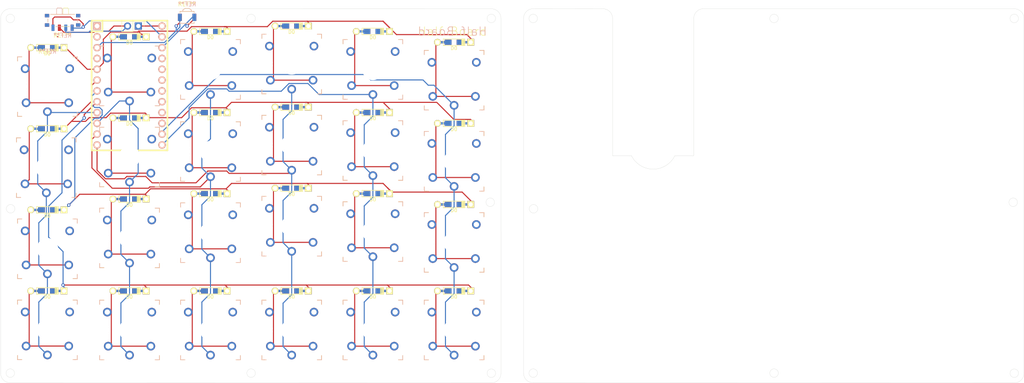
<source format=kicad_pcb>
(kicad_pcb (version 20171130) (host pcbnew "(5.1.8-0-10_14)")
  (layers (0 F.Cu signal) (31 B.Cu signal) (34 B.Paste user) (35 F.Paste user) (36 B.SilkS user) (37 F.SilkS user) (38 B.Mask user) (39 F.Mask user) (44 Edge.Cuts user))
  (net 0 "")
  (net 1 col0_row0)
  (net 2 col1_row0)
  (net 3 col2_row0)
  (net 4 col3_row0)
  (net 5 col4_row0)
  (net 6 col5_row0)
  (net 7 col0_row1)
  (net 8 row3)
  (net 9 col1_row1)
  (net 10 col2_row1)
  (net 11 col3_row1)
  (net 12 col4_row1)
  (net 13 col5_row1)
  (net 14 col0_row2)
  (net 15 col1_row2)
  (net 16 col2_row2)
  (net 17 col3_row2)
  (net 18 col4_row2)
  (net 19 col5_row2)
  (net 20 col0_row3)
  (net 21 col1_row3)
  (net 22 col2_row3)
  (net 23 col3_row3)
  (net 24 col4_row3)
  (net 25 col5_row3)
  (net 26 col0)
  (net 27 col1)
  (net 28 col2)
  (net 29 col3)
  (net 30 col4)
  (net 31 col5)
  (net 32 row0)
  (net 33 row1)
  (net 34 row2)
  (net 35 BAT0)
  (net 36 BAT_SW)
  (net 37 BAT_GND)
  (net 38 RESET)
  (net 39 RESET_GND)
  (module halfboard:SW_PG1350_reversible_noLED (layer F.Cu) (at 144.430303 62.25973)
    (fp_text reference " " hide)
    (fp_text value " " hide)
    (fp_text user %R (at 0 -8.255) (layer B.SilkS) (effects (justify mirror)))
    (pad "" thru_hole circle (at -5.22 -4.2) (size 2.032 2.032) (drill 1.27) (layers *.Cu *.Mask))
    (pad 2 thru_hole circle (at 5 3.8) (size 2.032 2.032) (drill 1.27) (layers *.Cu *.Mask) (net 6 col5_row0))
    (pad "" np_thru_hole circle (at 0 0) (size 5 5) (drill 5) (layers *.Cu *.Mask))
    (pad 2 thru_hole circle (at -5 3.8) (size 2.032 2.032) (drill 1.27) (layers *.Cu *.Mask) (net 6 col5_row0))
    (pad 1 thru_hole circle (at 0 5.9) (size 2.032 2.032) (drill 1.27) (layers *.Cu *.Mask) (net 31 col5))
    (pad "" thru_hole circle (at 5.22 -4.2) (size 2.032 2.032) (drill 1.27) (layers *.Cu *.Mask))
    (pad "" np_thru_hole circle (at 5.5 0) (size 1.7018 1.7018) (drill 1.7018) (layers *.Cu *.Mask))
    (pad "" np_thru_hole circle (at -5.5 0) (size 1.7018 1.7018) (drill 1.7018) (layers *.Cu *.Mask))
  )
  (module halfboard:SW_PG1350_reversible_noLED (layer F.Cu) (at 144.430303 81.30973)
    (fp_text reference " " hide)
    (fp_text value " " hide)
    (fp_text user %R (at 0 -8.255) (layer B.SilkS) (effects (justify mirror)))
    (pad "" thru_hole circle (at -5.22 -4.2) (size 2.032 2.032) (drill 1.27) (layers *.Cu *.Mask))
    (pad 2 thru_hole circle (at 5 3.8) (size 2.032 2.032) (drill 1.27) (layers *.Cu *.Mask) (net 13 col5_row1))
    (pad "" np_thru_hole circle (at 0 0) (size 5 5) (drill 5) (layers *.Cu *.Mask))
    (pad 2 thru_hole circle (at -5 3.8) (size 2.032 2.032) (drill 1.27) (layers *.Cu *.Mask) (net 13 col5_row1))
    (pad 1 thru_hole circle (at 0 5.9) (size 2.032 2.032) (drill 1.27) (layers *.Cu *.Mask) (net 31 col5))
    (pad "" thru_hole circle (at 5.22 -4.2) (size 2.032 2.032) (drill 1.27) (layers *.Cu *.Mask))
    (pad "" np_thru_hole circle (at 5.5 0) (size 1.7018 1.7018) (drill 1.7018) (layers *.Cu *.Mask))
    (pad "" np_thru_hole circle (at -5.5 0) (size 1.7018 1.7018) (drill 1.7018) (layers *.Cu *.Mask))
  )
  (module halfboard:SW_PG1350_reversible_noLED (layer F.Cu) (at 144.430303 100.35973)
    (fp_text reference " " hide)
    (fp_text value " " hide)
    (fp_text user %R (at 0 -8.255) (layer B.SilkS) (effects (justify mirror)))
    (pad "" thru_hole circle (at -5.22 -4.2) (size 2.032 2.032) (drill 1.27) (layers *.Cu *.Mask))
    (pad 2 thru_hole circle (at 5 3.8) (size 2.032 2.032) (drill 1.27) (layers *.Cu *.Mask) (net 19 col5_row2))
    (pad "" np_thru_hole circle (at 0 0) (size 5 5) (drill 5) (layers *.Cu *.Mask))
    (pad 2 thru_hole circle (at -5 3.8) (size 2.032 2.032) (drill 1.27) (layers *.Cu *.Mask) (net 19 col5_row2))
    (pad 1 thru_hole circle (at 0 5.9) (size 2.032 2.032) (drill 1.27) (layers *.Cu *.Mask) (net 31 col5))
    (pad "" thru_hole circle (at 5.22 -4.2) (size 2.032 2.032) (drill 1.27) (layers *.Cu *.Mask))
    (pad "" np_thru_hole circle (at 5.5 0) (size 1.7018 1.7018) (drill 1.7018) (layers *.Cu *.Mask))
    (pad "" np_thru_hole circle (at -5.5 0) (size 1.7018 1.7018) (drill 1.7018) (layers *.Cu *.Mask))
  )
  (module halfboard:SW_PG1350_reversible_noLED (layer F.Cu) (at 144.430303 120.93373)
    (fp_text reference " " hide)
    (fp_text value " " hide)
    (fp_text user %R (at 0 -8.255) (layer B.SilkS) (effects (justify mirror)))
    (pad "" thru_hole circle (at -5.22 -4.2) (size 2.032 2.032) (drill 1.27) (layers *.Cu *.Mask))
    (pad 2 thru_hole circle (at 5 3.8) (size 2.032 2.032) (drill 1.27) (layers *.Cu *.Mask) (net 25 col5_row3))
    (pad "" np_thru_hole circle (at 0 0) (size 5 5) (drill 5) (layers *.Cu *.Mask))
    (pad 2 thru_hole circle (at -5 3.8) (size 2.032 2.032) (drill 1.27) (layers *.Cu *.Mask) (net 25 col5_row3))
    (pad 1 thru_hole circle (at 0 5.9) (size 2.032 2.032) (drill 1.27) (layers *.Cu *.Mask) (net 31 col5))
    (pad "" thru_hole circle (at 5.22 -4.2) (size 2.032 2.032) (drill 1.27) (layers *.Cu *.Mask))
    (pad "" np_thru_hole circle (at 5.5 0) (size 1.7018 1.7018) (drill 1.7018) (layers *.Cu *.Mask))
    (pad "" np_thru_hole circle (at -5.5 0) (size 1.7018 1.7018) (drill 1.7018) (layers *.Cu *.Mask))
  )
  (module halfboard:SW_PG1350_reversible_noLED (layer F.Cu) (at 125.380303 120.93373)
    (fp_text reference " " hide)
    (fp_text value " " hide)
    (fp_text user %R (at 0 -8.255) (layer B.SilkS) (effects (justify mirror)))
    (pad "" thru_hole circle (at -5.22 -4.2) (size 2.032 2.032) (drill 1.27) (layers *.Cu *.Mask))
    (pad 2 thru_hole circle (at 5 3.8) (size 2.032 2.032) (drill 1.27) (layers *.Cu *.Mask) (net 24 col4_row3))
    (pad "" np_thru_hole circle (at 0 0) (size 5 5) (drill 5) (layers *.Cu *.Mask))
    (pad 2 thru_hole circle (at -5 3.8) (size 2.032 2.032) (drill 1.27) (layers *.Cu *.Mask) (net 24 col4_row3))
    (pad 1 thru_hole circle (at 0 5.9) (size 2.032 2.032) (drill 1.27) (layers *.Cu *.Mask) (net 30 col4))
    (pad "" thru_hole circle (at 5.22 -4.2) (size 2.032 2.032) (drill 1.27) (layers *.Cu *.Mask))
    (pad "" np_thru_hole circle (at 5.5 0) (size 1.7018 1.7018) (drill 1.7018) (layers *.Cu *.Mask))
    (pad "" np_thru_hole circle (at -5.5 0) (size 1.7018 1.7018) (drill 1.7018) (layers *.Cu *.Mask))
  )
  (module halfboard:SW_PG1350_reversible_noLED (layer F.Cu) (at 106.330303 120.93373)
    (fp_text reference " " hide)
    (fp_text value " " hide)
    (fp_text user %R (at 0 -8.255) (layer B.SilkS) (effects (justify mirror)))
    (pad "" thru_hole circle (at -5.22 -4.2) (size 2.032 2.032) (drill 1.27) (layers *.Cu *.Mask))
    (pad 2 thru_hole circle (at 5 3.8) (size 2.032 2.032) (drill 1.27) (layers *.Cu *.Mask) (net 23 col3_row3))
    (pad "" np_thru_hole circle (at 0 0) (size 5 5) (drill 5) (layers *.Cu *.Mask))
    (pad 2 thru_hole circle (at -5 3.8) (size 2.032 2.032) (drill 1.27) (layers *.Cu *.Mask) (net 23 col3_row3))
    (pad 1 thru_hole circle (at 0 5.9) (size 2.032 2.032) (drill 1.27) (layers *.Cu *.Mask) (net 29 col3))
    (pad "" thru_hole circle (at 5.22 -4.2) (size 2.032 2.032) (drill 1.27) (layers *.Cu *.Mask))
    (pad "" np_thru_hole circle (at 5.5 0) (size 1.7018 1.7018) (drill 1.7018) (layers *.Cu *.Mask))
    (pad "" np_thru_hole circle (at -5.5 0) (size 1.7018 1.7018) (drill 1.7018) (layers *.Cu *.Mask))
  )
  (module halfboard:SW_PG1350_reversible_noLED (layer F.Cu) (at 87.280303 120.93373)
    (fp_text reference " " hide)
    (fp_text value " " hide)
    (fp_text user %R (at 0 -8.255) (layer B.SilkS) (effects (justify mirror)))
    (pad "" thru_hole circle (at -5.22 -4.2) (size 2.032 2.032) (drill 1.27) (layers *.Cu *.Mask))
    (pad 2 thru_hole circle (at 5 3.8) (size 2.032 2.032) (drill 1.27) (layers *.Cu *.Mask) (net 22 col2_row3))
    (pad "" np_thru_hole circle (at 0 0) (size 5 5) (drill 5) (layers *.Cu *.Mask))
    (pad 2 thru_hole circle (at -5 3.8) (size 2.032 2.032) (drill 1.27) (layers *.Cu *.Mask) (net 22 col2_row3))
    (pad 1 thru_hole circle (at 0 5.9) (size 2.032 2.032) (drill 1.27) (layers *.Cu *.Mask) (net 28 col2))
    (pad "" thru_hole circle (at 5.22 -4.2) (size 2.032 2.032) (drill 1.27) (layers *.Cu *.Mask))
    (pad "" np_thru_hole circle (at 5.5 0) (size 1.7018 1.7018) (drill 1.7018) (layers *.Cu *.Mask))
    (pad "" np_thru_hole circle (at -5.5 0) (size 1.7018 1.7018) (drill 1.7018) (layers *.Cu *.Mask))
  )
  (module halfboard:SW_PG1350_reversible_noLED (layer F.Cu) (at 125.380303 97.81973)
    (fp_text reference " " hide)
    (fp_text value " " hide)
    (fp_text user %R (at 0 -8.255) (layer B.SilkS) (effects (justify mirror)))
    (pad "" thru_hole circle (at -5.22 -4.2) (size 2.032 2.032) (drill 1.27) (layers *.Cu *.Mask))
    (pad 2 thru_hole circle (at 5 3.8) (size 2.032 2.032) (drill 1.27) (layers *.Cu *.Mask) (net 18 col4_row2))
    (pad "" np_thru_hole circle (at 0 0) (size 5 5) (drill 5) (layers *.Cu *.Mask))
    (pad 2 thru_hole circle (at -5 3.8) (size 2.032 2.032) (drill 1.27) (layers *.Cu *.Mask) (net 18 col4_row2))
    (pad 1 thru_hole circle (at 0 5.9) (size 2.032 2.032) (drill 1.27) (layers *.Cu *.Mask) (net 30 col4))
    (pad "" thru_hole circle (at 5.22 -4.2) (size 2.032 2.032) (drill 1.27) (layers *.Cu *.Mask))
    (pad "" np_thru_hole circle (at 5.5 0) (size 1.7018 1.7018) (drill 1.7018) (layers *.Cu *.Mask))
    (pad "" np_thru_hole circle (at -5.5 0) (size 1.7018 1.7018) (drill 1.7018) (layers *.Cu *.Mask))
  )
  (module halfboard:SW_PG1350_reversible_noLED (layer F.Cu) (at 125.380303 78.76973)
    (fp_text reference " " hide)
    (fp_text value " " hide)
    (fp_text user %R (at 0 -8.255) (layer B.SilkS) (effects (justify mirror)))
    (pad "" thru_hole circle (at -5.22 -4.2) (size 2.032 2.032) (drill 1.27) (layers *.Cu *.Mask))
    (pad 2 thru_hole circle (at 5 3.8) (size 2.032 2.032) (drill 1.27) (layers *.Cu *.Mask) (net 12 col4_row1))
    (pad "" np_thru_hole circle (at 0 0) (size 5 5) (drill 5) (layers *.Cu *.Mask))
    (pad 2 thru_hole circle (at -5 3.8) (size 2.032 2.032) (drill 1.27) (layers *.Cu *.Mask) (net 12 col4_row1))
    (pad 1 thru_hole circle (at 0 5.9) (size 2.032 2.032) (drill 1.27) (layers *.Cu *.Mask) (net 30 col4))
    (pad "" thru_hole circle (at 5.22 -4.2) (size 2.032 2.032) (drill 1.27) (layers *.Cu *.Mask))
    (pad "" np_thru_hole circle (at 5.5 0) (size 1.7018 1.7018) (drill 1.7018) (layers *.Cu *.Mask))
    (pad "" np_thru_hole circle (at -5.5 0) (size 1.7018 1.7018) (drill 1.7018) (layers *.Cu *.Mask))
  )
  (module halfboard:SW_PG1350_reversible_noLED (layer F.Cu) (at 125.380303 59.71973)
    (fp_text reference " " hide)
    (fp_text value " " hide)
    (fp_text user %R (at 0 -8.255) (layer B.SilkS) (effects (justify mirror)))
    (pad "" thru_hole circle (at -5.22 -4.2) (size 2.032 2.032) (drill 1.27) (layers *.Cu *.Mask))
    (pad 2 thru_hole circle (at 5 3.8) (size 2.032 2.032) (drill 1.27) (layers *.Cu *.Mask) (net 5 col4_row0))
    (pad "" np_thru_hole circle (at 0 0) (size 5 5) (drill 5) (layers *.Cu *.Mask))
    (pad 2 thru_hole circle (at -5 3.8) (size 2.032 2.032) (drill 1.27) (layers *.Cu *.Mask) (net 5 col4_row0))
    (pad 1 thru_hole circle (at 0 5.9) (size 2.032 2.032) (drill 1.27) (layers *.Cu *.Mask) (net 30 col4))
    (pad "" thru_hole circle (at 5.22 -4.2) (size 2.032 2.032) (drill 1.27) (layers *.Cu *.Mask))
    (pad "" np_thru_hole circle (at 5.5 0) (size 1.7018 1.7018) (drill 1.7018) (layers *.Cu *.Mask))
    (pad "" np_thru_hole circle (at -5.5 0) (size 1.7018 1.7018) (drill 1.7018) (layers *.Cu *.Mask))
  )
  (module halfboard:SW_PG1350_reversible_noLED (layer F.Cu) (at 106.330303 58.44973)
    (fp_text reference " " hide)
    (fp_text value " " hide)
    (fp_text user %R (at 0 -8.255) (layer B.SilkS) (effects (justify mirror)))
    (pad "" thru_hole circle (at -5.22 -4.2) (size 2.032 2.032) (drill 1.27) (layers *.Cu *.Mask))
    (pad 2 thru_hole circle (at 5 3.8) (size 2.032 2.032) (drill 1.27) (layers *.Cu *.Mask) (net 4 col3_row0))
    (pad "" np_thru_hole circle (at 0 0) (size 5 5) (drill 5) (layers *.Cu *.Mask))
    (pad 2 thru_hole circle (at -5 3.8) (size 2.032 2.032) (drill 1.27) (layers *.Cu *.Mask) (net 4 col3_row0))
    (pad 1 thru_hole circle (at 0 5.9) (size 2.032 2.032) (drill 1.27) (layers *.Cu *.Mask) (net 29 col3))
    (pad "" thru_hole circle (at 5.22 -4.2) (size 2.032 2.032) (drill 1.27) (layers *.Cu *.Mask))
    (pad "" np_thru_hole circle (at 5.5 0) (size 1.7018 1.7018) (drill 1.7018) (layers *.Cu *.Mask))
    (pad "" np_thru_hole circle (at -5.5 0) (size 1.7018 1.7018) (drill 1.7018) (layers *.Cu *.Mask))
  )
  (module halfboard:SW_PG1350_reversible_noLED (layer F.Cu) (at 106.330303 77.49973)
    (fp_text reference " " hide)
    (fp_text value " " hide)
    (fp_text user %R (at 0 -8.255) (layer B.SilkS) (effects (justify mirror)))
    (pad "" thru_hole circle (at -5.22 -4.2) (size 2.032 2.032) (drill 1.27) (layers *.Cu *.Mask))
    (pad 2 thru_hole circle (at 5 3.8) (size 2.032 2.032) (drill 1.27) (layers *.Cu *.Mask) (net 11 col3_row1))
    (pad "" np_thru_hole circle (at 0 0) (size 5 5) (drill 5) (layers *.Cu *.Mask))
    (pad 2 thru_hole circle (at -5 3.8) (size 2.032 2.032) (drill 1.27) (layers *.Cu *.Mask) (net 11 col3_row1))
    (pad 1 thru_hole circle (at 0 5.9) (size 2.032 2.032) (drill 1.27) (layers *.Cu *.Mask) (net 29 col3))
    (pad "" thru_hole circle (at 5.22 -4.2) (size 2.032 2.032) (drill 1.27) (layers *.Cu *.Mask))
    (pad "" np_thru_hole circle (at 5.5 0) (size 1.7018 1.7018) (drill 1.7018) (layers *.Cu *.Mask))
    (pad "" np_thru_hole circle (at -5.5 0) (size 1.7018 1.7018) (drill 1.7018) (layers *.Cu *.Mask))
  )
  (module halfboard:SW_PG1350_reversible_noLED (layer F.Cu) (at 106.330303 96.54973)
    (fp_text reference " " hide)
    (fp_text value " " hide)
    (fp_text user %R (at 0 -8.255) (layer B.SilkS) (effects (justify mirror)))
    (pad "" thru_hole circle (at -5.22 -4.2) (size 2.032 2.032) (drill 1.27) (layers *.Cu *.Mask))
    (pad 2 thru_hole circle (at 5 3.8) (size 2.032 2.032) (drill 1.27) (layers *.Cu *.Mask) (net 17 col3_row2))
    (pad "" np_thru_hole circle (at 0 0) (size 5 5) (drill 5) (layers *.Cu *.Mask))
    (pad 2 thru_hole circle (at -5 3.8) (size 2.032 2.032) (drill 1.27) (layers *.Cu *.Mask) (net 17 col3_row2))
    (pad 1 thru_hole circle (at 0 5.9) (size 2.032 2.032) (drill 1.27) (layers *.Cu *.Mask) (net 29 col3))
    (pad "" thru_hole circle (at 5.22 -4.2) (size 2.032 2.032) (drill 1.27) (layers *.Cu *.Mask))
    (pad "" np_thru_hole circle (at 5.5 0) (size 1.7018 1.7018) (drill 1.7018) (layers *.Cu *.Mask))
    (pad "" np_thru_hole circle (at -5.5 0) (size 1.7018 1.7018) (drill 1.7018) (layers *.Cu *.Mask))
  )
  (module halfboard:SW_PG1350_reversible_noLED (layer F.Cu) (at 87.280303 98.07373)
    (fp_text reference " " hide)
    (fp_text value " " hide)
    (fp_text user %R (at 0 -8.255) (layer B.SilkS) (effects (justify mirror)))
    (pad "" thru_hole circle (at -5.22 -4.2) (size 2.032 2.032) (drill 1.27) (layers *.Cu *.Mask))
    (pad 2 thru_hole circle (at 5 3.8) (size 2.032 2.032) (drill 1.27) (layers *.Cu *.Mask) (net 16 col2_row2))
    (pad "" np_thru_hole circle (at 0 0) (size 5 5) (drill 5) (layers *.Cu *.Mask))
    (pad 2 thru_hole circle (at -5 3.8) (size 2.032 2.032) (drill 1.27) (layers *.Cu *.Mask) (net 16 col2_row2))
    (pad 1 thru_hole circle (at 0 5.9) (size 2.032 2.032) (drill 1.27) (layers *.Cu *.Mask) (net 28 col2))
    (pad "" thru_hole circle (at 5.22 -4.2) (size 2.032 2.032) (drill 1.27) (layers *.Cu *.Mask))
    (pad "" np_thru_hole circle (at 5.5 0) (size 1.7018 1.7018) (drill 1.7018) (layers *.Cu *.Mask))
    (pad "" np_thru_hole circle (at -5.5 0) (size 1.7018 1.7018) (drill 1.7018) (layers *.Cu *.Mask))
  )
  (module halfboard:SW_PG1350_reversible_noLED (layer F.Cu) (at 87.280303 79.02373)
    (fp_text reference " " hide)
    (fp_text value " " hide)
    (fp_text user %R (at 0 -8.255) (layer B.SilkS) (effects (justify mirror)))
    (pad "" thru_hole circle (at -5.22 -4.2) (size 2.032 2.032) (drill 1.27) (layers *.Cu *.Mask))
    (pad 2 thru_hole circle (at 5 3.8) (size 2.032 2.032) (drill 1.27) (layers *.Cu *.Mask) (net 10 col2_row1))
    (pad "" np_thru_hole circle (at 0 0) (size 5 5) (drill 5) (layers *.Cu *.Mask))
    (pad 2 thru_hole circle (at -5 3.8) (size 2.032 2.032) (drill 1.27) (layers *.Cu *.Mask) (net 10 col2_row1))
    (pad 1 thru_hole circle (at 0 5.9) (size 2.032 2.032) (drill 1.27) (layers *.Cu *.Mask) (net 28 col2))
    (pad "" thru_hole circle (at 5.22 -4.2) (size 2.032 2.032) (drill 1.27) (layers *.Cu *.Mask))
    (pad "" np_thru_hole circle (at 5.5 0) (size 1.7018 1.7018) (drill 1.7018) (layers *.Cu *.Mask))
    (pad "" np_thru_hole circle (at -5.5 0) (size 1.7018 1.7018) (drill 1.7018) (layers *.Cu *.Mask))
  )
  (module halfboard:SW_PG1350_reversible_noLED (layer F.Cu) (at 87.280303 59.71973)
    (fp_text reference " " hide)
    (fp_text value " " hide)
    (fp_text user %R (at 0 -8.255) (layer B.SilkS) (effects (justify mirror)))
    (pad "" thru_hole circle (at -5.22 -4.2) (size 2.032 2.032) (drill 1.27) (layers *.Cu *.Mask))
    (pad 2 thru_hole circle (at 5 3.8) (size 2.032 2.032) (drill 1.27) (layers *.Cu *.Mask) (net 3 col2_row0))
    (pad "" np_thru_hole circle (at 0 0) (size 5 5) (drill 5) (layers *.Cu *.Mask))
    (pad 2 thru_hole circle (at -5 3.8) (size 2.032 2.032) (drill 1.27) (layers *.Cu *.Mask) (net 3 col2_row0))
    (pad 1 thru_hole circle (at 0 5.9) (size 2.032 2.032) (drill 1.27) (layers *.Cu *.Mask) (net 28 col2))
    (pad "" thru_hole circle (at 5.22 -4.2) (size 2.032 2.032) (drill 1.27) (layers *.Cu *.Mask))
    (pad "" np_thru_hole circle (at 5.5 0) (size 1.7018 1.7018) (drill 1.7018) (layers *.Cu *.Mask))
    (pad "" np_thru_hole circle (at -5.5 0) (size 1.7018 1.7018) (drill 1.7018) (layers *.Cu *.Mask))
  )
  (module halfboard:SW_PG1350_reversible_noLED (layer F.Cu) (at 68.287231 61.24373)
    (fp_text reference " " hide)
    (fp_text value " " hide)
    (fp_text user %R (at 0 -8.255) (layer B.SilkS) (effects (justify mirror)))
    (pad "" thru_hole circle (at -5.22 -4.2) (size 2.032 2.032) (drill 1.27) (layers *.Cu *.Mask))
    (pad 2 thru_hole circle (at 5 3.8) (size 2.032 2.032) (drill 1.27) (layers *.Cu *.Mask) (net 2 col1_row0))
    (pad "" np_thru_hole circle (at 0 0) (size 5 5) (drill 5) (layers *.Cu *.Mask))
    (pad 2 thru_hole circle (at -5 3.8) (size 2.032 2.032) (drill 1.27) (layers *.Cu *.Mask) (net 2 col1_row0))
    (pad 1 thru_hole circle (at 0 5.9) (size 2.032 2.032) (drill 1.27) (layers *.Cu *.Mask) (net 27 col1))
    (pad "" thru_hole circle (at 5.22 -4.2) (size 2.032 2.032) (drill 1.27) (layers *.Cu *.Mask))
    (pad "" np_thru_hole circle (at 5.5 0) (size 1.7018 1.7018) (drill 1.7018) (layers *.Cu *.Mask))
    (pad "" np_thru_hole circle (at -5.5 0) (size 1.7018 1.7018) (drill 1.7018) (layers *.Cu *.Mask))
  )
  (module halfboard:SW_PG1350_reversible_noLED (layer F.Cu) (at 68.287231 80.291829)
    (fp_text reference " " hide)
    (fp_text value " " hide)
    (fp_text user %R (at 0 -8.255) (layer B.SilkS) (effects (justify mirror)))
    (pad "" thru_hole circle (at -5.22 -4.2) (size 2.032 2.032) (drill 1.27) (layers *.Cu *.Mask))
    (pad 2 thru_hole circle (at 5 3.8) (size 2.032 2.032) (drill 1.27) (layers *.Cu *.Mask) (net 9 col1_row1))
    (pad "" np_thru_hole circle (at 0 0) (size 5 5) (drill 5) (layers *.Cu *.Mask))
    (pad 2 thru_hole circle (at -5 3.8) (size 2.032 2.032) (drill 1.27) (layers *.Cu *.Mask) (net 9 col1_row1))
    (pad 1 thru_hole circle (at 0 5.9) (size 2.032 2.032) (drill 1.27) (layers *.Cu *.Mask) (net 27 col1))
    (pad "" thru_hole circle (at 5.22 -4.2) (size 2.032 2.032) (drill 1.27) (layers *.Cu *.Mask))
    (pad "" np_thru_hole circle (at 5.5 0) (size 1.7018 1.7018) (drill 1.7018) (layers *.Cu *.Mask))
    (pad "" np_thru_hole circle (at -5.5 0) (size 1.7018 1.7018) (drill 1.7018) (layers *.Cu *.Mask))
  )
  (module halfboard:SW_PG1350_reversible_noLED (layer F.Cu) (at 68.287231 99.30023)
    (fp_text reference " " hide)
    (fp_text value " " hide)
    (fp_text user %R (at 0 -8.255) (layer B.SilkS) (effects (justify mirror)))
    (pad "" thru_hole circle (at -5.22 -4.2) (size 2.032 2.032) (drill 1.27) (layers *.Cu *.Mask))
    (pad 2 thru_hole circle (at 5 3.8) (size 2.032 2.032) (drill 1.27) (layers *.Cu *.Mask) (net 15 col1_row2))
    (pad "" np_thru_hole circle (at 0 0) (size 5 5) (drill 5) (layers *.Cu *.Mask))
    (pad 2 thru_hole circle (at -5 3.8) (size 2.032 2.032) (drill 1.27) (layers *.Cu *.Mask) (net 15 col1_row2))
    (pad 1 thru_hole circle (at 0 5.9) (size 2.032 2.032) (drill 1.27) (layers *.Cu *.Mask) (net 27 col1))
    (pad "" thru_hole circle (at 5.22 -4.2) (size 2.032 2.032) (drill 1.27) (layers *.Cu *.Mask))
    (pad "" np_thru_hole circle (at 5.5 0) (size 1.7018 1.7018) (drill 1.7018) (layers *.Cu *.Mask))
    (pad "" np_thru_hole circle (at -5.5 0) (size 1.7018 1.7018) (drill 1.7018) (layers *.Cu *.Mask))
  )
  (module halfboard:SW_PG1350_reversible_noLED (layer F.Cu) (at 68.287231 120.93373)
    (fp_text reference " " hide)
    (fp_text value " " hide)
    (fp_text user %R (at 0 -8.255) (layer B.SilkS) (effects (justify mirror)))
    (pad "" thru_hole circle (at -5.22 -4.2) (size 2.032 2.032) (drill 1.27) (layers *.Cu *.Mask))
    (pad 2 thru_hole circle (at 5 3.8) (size 2.032 2.032) (drill 1.27) (layers *.Cu *.Mask) (net 21 col1_row3))
    (pad "" np_thru_hole circle (at 0 0) (size 5 5) (drill 5) (layers *.Cu *.Mask))
    (pad 2 thru_hole circle (at -5 3.8) (size 2.032 2.032) (drill 1.27) (layers *.Cu *.Mask) (net 21 col1_row3))
    (pad 1 thru_hole circle (at 0 5.9) (size 2.032 2.032) (drill 1.27) (layers *.Cu *.Mask) (net 27 col1))
    (pad "" thru_hole circle (at 5.22 -4.2) (size 2.032 2.032) (drill 1.27) (layers *.Cu *.Mask))
    (pad "" np_thru_hole circle (at 5.5 0) (size 1.7018 1.7018) (drill 1.7018) (layers *.Cu *.Mask))
    (pad "" np_thru_hole circle (at -5.5 0) (size 1.7018 1.7018) (drill 1.7018) (layers *.Cu *.Mask))
  )
  (module halfboard:SW_PG1350_reversible_noLED (layer F.Cu) (at 49.022 120.904)
    (fp_text reference " " hide)
    (fp_text value " " hide)
    (fp_text user %R (at 0 -8.255) (layer B.SilkS) (effects (justify mirror)))
    (pad "" thru_hole circle (at -5.22 -4.2) (size 2.032 2.032) (drill 1.27) (layers *.Cu *.Mask))
    (pad 2 thru_hole circle (at 5 3.8) (size 2.032 2.032) (drill 1.27) (layers *.Cu *.Mask) (net 20 col0_row3))
    (pad "" np_thru_hole circle (at 0 0) (size 5 5) (drill 5) (layers *.Cu *.Mask))
    (pad 2 thru_hole circle (at -5 3.8) (size 2.032 2.032) (drill 1.27) (layers *.Cu *.Mask) (net 20 col0_row3))
    (pad 1 thru_hole circle (at 0 5.9) (size 2.032 2.032) (drill 1.27) (layers *.Cu *.Mask) (net 26 col0))
    (pad "" thru_hole circle (at 5.22 -4.2) (size 2.032 2.032) (drill 1.27) (layers *.Cu *.Mask))
    (pad "" np_thru_hole circle (at 5.5 0) (size 1.7018 1.7018) (drill 1.7018) (layers *.Cu *.Mask))
    (pad "" np_thru_hole circle (at -5.5 0) (size 1.7018 1.7018) (drill 1.7018) (layers *.Cu *.Mask))
  )
  (module halfboard:SW_PG1350_reversible_noLED (layer F.Cu) (at 49.022 101.854)
    (fp_text reference " " hide)
    (fp_text value " " hide)
    (fp_text user %R (at 0 -8.255) (layer B.SilkS) (effects (justify mirror)))
    (pad "" thru_hole circle (at -5.22 -4.2) (size 2.032 2.032) (drill 1.27) (layers *.Cu *.Mask))
    (pad 2 thru_hole circle (at 5 3.8) (size 2.032 2.032) (drill 1.27) (layers *.Cu *.Mask) (net 14 col0_row2))
    (pad "" np_thru_hole circle (at 0 0) (size 5 5) (drill 5) (layers *.Cu *.Mask))
    (pad 2 thru_hole circle (at -5 3.8) (size 2.032 2.032) (drill 1.27) (layers *.Cu *.Mask) (net 14 col0_row2))
    (pad 1 thru_hole circle (at 0 5.9) (size 2.032 2.032) (drill 1.27) (layers *.Cu *.Mask) (net 26 col0))
    (pad "" thru_hole circle (at 5.22 -4.2) (size 2.032 2.032) (drill 1.27) (layers *.Cu *.Mask))
    (pad "" np_thru_hole circle (at 5.5 0) (size 1.7018 1.7018) (drill 1.7018) (layers *.Cu *.Mask))
    (pad "" np_thru_hole circle (at -5.5 0) (size 1.7018 1.7018) (drill 1.7018) (layers *.Cu *.Mask))
  )
  (module halfboard:SW_PG1350_reversible_noLED (layer F.Cu) (at 48.768 82.804)
    (fp_text reference " " hide)
    (fp_text value " " hide)
    (fp_text user %R (at 0 -8.255) (layer B.SilkS) (effects (justify mirror)))
    (pad "" thru_hole circle (at -5.22 -4.2) (size 2.032 2.032) (drill 1.27) (layers *.Cu *.Mask))
    (pad 2 thru_hole circle (at 5 3.8) (size 2.032 2.032) (drill 1.27) (layers *.Cu *.Mask) (net 7 col0_row1))
    (pad "" np_thru_hole circle (at 0 0) (size 5 5) (drill 5) (layers *.Cu *.Mask))
    (pad 2 thru_hole circle (at -5 3.8) (size 2.032 2.032) (drill 1.27) (layers *.Cu *.Mask) (net 7 col0_row1))
    (pad 1 thru_hole circle (at 0 5.9) (size 2.032 2.032) (drill 1.27) (layers *.Cu *.Mask) (net 26 col0))
    (pad "" thru_hole circle (at 5.22 -4.2) (size 2.032 2.032) (drill 1.27) (layers *.Cu *.Mask))
    (pad "" np_thru_hole circle (at 5.5 0) (size 1.7018 1.7018) (drill 1.7018) (layers *.Cu *.Mask))
    (pad "" np_thru_hole circle (at -5.5 0) (size 1.7018 1.7018) (drill 1.7018) (layers *.Cu *.Mask))
  )
  (module halfboard:SW_PG1350_reversible_noLED (layer F.Cu) (at 49.022 63.754)
    (fp_text reference REF** (at 0 -8.255) (layer F.SilkS))
    (fp_text value SW_PG1350_reversible_noLED)
    (fp_text user %R (at 0 -8.255) (layer B.SilkS) (effects (justify mirror)))
    (pad "" thru_hole circle (at -5.22 -4.2) (size 2.032 2.032) (drill 1.27) (layers *.Cu *.Mask))
    (pad 2 thru_hole circle (at 5 3.8) (size 2.032 2.032) (drill 1.27) (layers *.Cu *.Mask))
    (pad "" np_thru_hole circle (at 0 0) (size 4.99999 4.99999) (drill 4.99999) (layers *.Cu *.Mask))
    (pad 2 thru_hole circle (at -5 3.8) (size 2.032 2.032) (drill 1.27) (layers *.Cu *.Mask))
    (pad 1 thru_hole circle (at 0 5.9) (size 2.032 2.032) (drill 1.27) (layers *.Cu *.Mask))
    (pad "" thru_hole circle (at 5.22 -4.2) (size 2.032 2.032) (drill 1.27) (layers *.Cu *.Mask))
    (pad "" np_thru_hole circle (at 5.5 0) (size 1.7018 1.7018) (drill 1.7018) (layers *.Cu *.Mask))
    (pad "" np_thru_hole circle (at -5.5 0) (size 1.7018 1.7018) (drill 1.7018) (layers *.Cu *.Mask))
  )
  (module Connector_PinHeader_2.54mm:PinHeader_1x02_P2.54mm_Vertical (layer F.Cu) (at 70.358 49.53 270)
    (fp_text reference " " (at 0 -2.33 90) (layer F.SilkS))
    (fp_text value " ")
    (pad 2 thru_hole oval (at 0 2.54 270) (size 1.7 1.7) (drill 1) (layers *.Cu *.Mask) (net 36 BAT_SW))
    (pad 1 thru_hole rect (at 0 0 270) (size 1.7 1.7) (drill 1) (layers *.Cu *.Mask) (net 35 BAT0))
  )
  (module Button_Switch_SMD:SW_SPST_B3U-3000P-B (layer F.Cu) (at 81.788 47.498)
    (fp_text reference REF** (at 0 -3.1) (layer F.SilkS))
    (fp_text value SW_SPST_B3U-3000P-B)
    (pad 1 smd rect (at -1.7 0) (size 0.9 1.7) (layers F.Cu F.Paste F.Mask) (net 39 RESET_GND))
    (pad 2 smd rect (at 1.7 0) (size 0.9 1.7) (layers F.Cu F.Paste F.Mask) (net 38 RESET))
    (pad "" np_thru_hole circle (at 0 0) (size 0.8 0.8) (drill 0.8) (layers *.Cu *.Mask))
  )
  (module Button_Switch_SMD:SW_SPDT_PCM12 (layer F.Cu) (at 52.578 48.514 180)
    (fp_text reference REF** (at 0 -3.2) (layer F.SilkS))
    (fp_text value SW_SPDT_PCM12)
    (pad "" np_thru_hole circle (at -1.5 0.33 180) (size 0.9 0.9) (drill 0.9) (layers *.Cu *.Mask))
    (pad "" np_thru_hole circle (at 1.5 0.33 180) (size 0.9 0.9) (drill 0.9) (layers *.Cu *.Mask))
    (pad 1 smd rect (at -2.25 -1.43 180) (size 0.7 1.5) (layers F.Cu F.Paste F.Mask))
    (pad 2 smd rect (at 0.75 -1.43 180) (size 0.7 1.5) (layers F.Cu F.Paste F.Mask) (net 36 BAT_SW))
    (pad 3 smd rect (at 2.25 -1.43 180) (size 0.7 1.5) (layers F.Cu F.Paste F.Mask) (net 37 BAT_GND))
    (pad "" smd rect (at -3.65 1.43 180) (size 1 0.8) (layers F.Cu F.Paste F.Mask))
    (pad "" smd rect (at 3.65 1.43 180) (size 1 0.8) (layers F.Cu F.Paste F.Mask))
    (pad "" smd rect (at 3.65 -0.78 180) (size 1 0.8) (layers F.Cu F.Paste F.Mask))
    (pad "" smd rect (at -3.65 -0.78 180) (size 1 0.8) (layers F.Cu F.Paste F.Mask))
  )
  (module Button_Switch_SMD:SW_SPDT_PCM12 (layer B.Cu) (at 52.578 48.514)
    (fp_text reference REF** (at 0 3.2) (layer B.SilkS) (effects (justify mirror)))
    (fp_text value SW_SPDT_PCM12)
    (pad "" np_thru_hole circle (at -1.5 -0.33) (size 0.9 0.9) (drill 0.9) (layers *.Cu *.Mask))
    (pad "" np_thru_hole circle (at 1.5 -0.33) (size 0.9 0.9) (drill 0.9) (layers *.Cu *.Mask))
    (pad 1 smd rect (at -2.25 1.43) (size 0.7 1.5) (layers B.Cu B.Paste B.Mask))
    (pad 2 smd rect (at 0.75 1.43) (size 0.7 1.5) (layers B.Cu B.Paste B.Mask) (net 36 BAT_SW))
    (pad 3 smd rect (at 2.25 1.43) (size 0.7 1.5) (layers B.Cu B.Paste B.Mask) (net 37 BAT_GND))
    (pad "" smd rect (at -3.65 -1.43) (size 1 0.8) (layers B.Cu B.Paste B.Mask))
    (pad "" smd rect (at 3.65 -1.43) (size 1 0.8) (layers B.Cu B.Paste B.Mask))
    (pad "" smd rect (at 3.65 0.78) (size 1 0.8) (layers B.Cu B.Paste B.Mask))
    (pad "" smd rect (at -3.65 0.78) (size 1 0.8) (layers B.Cu B.Paste B.Mask))
  )
  (module Button_Switch_SMD:SW_SPST_B3U-3000P-B (layer B.Cu) (at 81.788 47.498 180)
    (fp_text reference REF** (at 0 3.1) (layer B.SilkS) (effects (justify mirror)))
    (fp_text value SW_SPST_B3U-3000P-B)
    (pad "" np_thru_hole circle (at 0 0 180) (size 0.8 0.8) (drill 0.8) (layers *.Cu *.Mask))
    (pad 2 smd rect (at 1.7 0 180) (size 0.9 1.7) (layers B.Cu B.Paste B.Mask) (net 39 RESET_GND))
    (pad 1 smd rect (at -1.7 0 180) (size 0.9 1.7) (layers B.Cu B.Paste B.Mask) (net 38 RESET))
  )
  (module mlp:Diode-dual (layer F.Cu) (at 144.430303 53.34)
    (fp_text reference D0 (at -0.0254 1.4) (layer F.SilkS) (effects (font (size 0.8 0.8))))
    (fp_text value D hide)
    (pad 1 smd rect (at 2.5 0) (size 2.9 0.5) (layers F.Cu))
    (pad 2 smd rect (at -2.5 0) (size 2.9 0.5) (layers F.Cu))
    (pad 1 thru_hole rect (at 3.9 0) (size 1.6 1.6) (drill 1) (layers *.Cu *.Mask F.SilkS) (net 32 row0))
    (pad 2 thru_hole circle (at -3.9 0) (size 1.6 1.6) (drill 1) (layers *.Cu *.Mask F.SilkS) (net 6 col5_row0))
    (pad 2 smd rect (at -1.4 0) (size 1.6 1.2) (layers F.Cu F.Paste F.Mask))
    (pad 1 smd rect (at 1.4 0) (size 1.6 1.2) (layers F.Cu F.Paste F.Mask))
    (pad 1 smd rect (at 2.5 0) (size 2.9 0.5) (layers B.Cu))
    (pad 1 smd rect (at 1.4 0) (size 1.6 1.2) (layers B.Cu B.Paste B.Mask))
    (pad 2 smd rect (at -1.4 0) (size 1.6 1.2) (layers B.Cu B.Paste B.Mask))
    (pad 2 smd rect (at -2.5 0) (size 2.9 0.5) (layers B.Cu))
  )
  (module mlp:Diode-dual (layer F.Cu) (at 144.430303 72.39)
    (fp_text reference D0 (at -0.0254 1.4) (layer F.SilkS) (effects (font (size 0.8 0.8))))
    (fp_text value D hide)
    (pad 1 smd rect (at 2.5 0) (size 2.9 0.5) (layers F.Cu))
    (pad 2 smd rect (at -2.5 0) (size 2.9 0.5) (layers F.Cu))
    (pad 1 thru_hole rect (at 3.9 0) (size 1.6 1.6) (drill 1) (layers *.Cu *.Mask F.SilkS) (net 33 row1))
    (pad 2 thru_hole circle (at -3.9 0) (size 1.6 1.6) (drill 1) (layers *.Cu *.Mask F.SilkS) (net 13 col5_row1))
    (pad 2 smd rect (at -1.4 0) (size 1.6 1.2) (layers F.Cu F.Paste F.Mask))
    (pad 1 smd rect (at 1.4 0) (size 1.6 1.2) (layers F.Cu F.Paste F.Mask))
    (pad 1 smd rect (at 2.5 0) (size 2.9 0.5) (layers B.Cu))
    (pad 1 smd rect (at 1.4 0) (size 1.6 1.2) (layers B.Cu B.Paste B.Mask))
    (pad 2 smd rect (at -1.4 0) (size 1.6 1.2) (layers B.Cu B.Paste B.Mask))
    (pad 2 smd rect (at -2.5 0) (size 2.9 0.5) (layers B.Cu))
  )
  (module mlp:Diode-dual (layer F.Cu) (at 144.430303 91.44)
    (fp_text reference D0 (at -0.0254 1.4) (layer F.SilkS) (effects (font (size 0.8 0.8))))
    (fp_text value D hide)
    (pad 1 smd rect (at 2.5 0) (size 2.9 0.5) (layers F.Cu))
    (pad 2 smd rect (at -2.5 0) (size 2.9 0.5) (layers F.Cu))
    (pad 1 thru_hole rect (at 3.9 0) (size 1.6 1.6) (drill 1) (layers *.Cu *.Mask F.SilkS) (net 34 row2))
    (pad 2 thru_hole circle (at -3.9 0) (size 1.6 1.6) (drill 1) (layers *.Cu *.Mask F.SilkS) (net 19 col5_row2))
    (pad 2 smd rect (at -1.4 0) (size 1.6 1.2) (layers F.Cu F.Paste F.Mask))
    (pad 1 smd rect (at 1.4 0) (size 1.6 1.2) (layers F.Cu F.Paste F.Mask))
    (pad 1 smd rect (at 2.5 0) (size 2.9 0.5) (layers B.Cu))
    (pad 1 smd rect (at 1.4 0) (size 1.6 1.2) (layers B.Cu B.Paste B.Mask))
    (pad 2 smd rect (at -1.4 0) (size 1.6 1.2) (layers B.Cu B.Paste B.Mask))
    (pad 2 smd rect (at -2.5 0) (size 2.9 0.5) (layers B.Cu))
  )
  (module mlp:Diode-dual (layer F.Cu) (at 144.430303 111.76)
    (fp_text reference D0 (at -0.0254 1.4) (layer F.SilkS) (effects (font (size 0.8 0.8))))
    (fp_text value D hide)
    (pad 1 smd rect (at 2.5 0) (size 2.9 0.5) (layers F.Cu))
    (pad 2 smd rect (at -2.5 0) (size 2.9 0.5) (layers F.Cu))
    (pad 1 thru_hole rect (at 3.9 0) (size 1.6 1.6) (drill 1) (layers *.Cu *.Mask F.SilkS) (net 8 row3))
    (pad 2 thru_hole circle (at -3.9 0) (size 1.6 1.6) (drill 1) (layers *.Cu *.Mask F.SilkS) (net 25 col5_row3))
    (pad 2 smd rect (at -1.4 0) (size 1.6 1.2) (layers F.Cu F.Paste F.Mask))
    (pad 1 smd rect (at 1.4 0) (size 1.6 1.2) (layers F.Cu F.Paste F.Mask))
    (pad 1 smd rect (at 2.5 0) (size 2.9 0.5) (layers B.Cu))
    (pad 1 smd rect (at 1.4 0) (size 1.6 1.2) (layers B.Cu B.Paste B.Mask))
    (pad 2 smd rect (at -1.4 0) (size 1.6 1.2) (layers B.Cu B.Paste B.Mask))
    (pad 2 smd rect (at -2.5 0) (size 2.9 0.5) (layers B.Cu))
  )
  (module mlp:Diode-dual (layer F.Cu) (at 125.380303 111.76)
    (fp_text reference D0 (at -0.0254 1.4) (layer F.SilkS) (effects (font (size 0.8 0.8))))
    (fp_text value D hide)
    (pad 1 smd rect (at 2.5 0) (size 2.9 0.5) (layers F.Cu))
    (pad 2 smd rect (at -2.5 0) (size 2.9 0.5) (layers F.Cu))
    (pad 1 thru_hole rect (at 3.9 0) (size 1.6 1.6) (drill 1) (layers *.Cu *.Mask F.SilkS) (net 8 row3))
    (pad 2 thru_hole circle (at -3.9 0) (size 1.6 1.6) (drill 1) (layers *.Cu *.Mask F.SilkS) (net 24 col4_row3))
    (pad 2 smd rect (at -1.4 0) (size 1.6 1.2) (layers F.Cu F.Paste F.Mask))
    (pad 1 smd rect (at 1.4 0) (size 1.6 1.2) (layers F.Cu F.Paste F.Mask))
    (pad 1 smd rect (at 2.5 0) (size 2.9 0.5) (layers B.Cu))
    (pad 1 smd rect (at 1.4 0) (size 1.6 1.2) (layers B.Cu B.Paste B.Mask))
    (pad 2 smd rect (at -1.4 0) (size 1.6 1.2) (layers B.Cu B.Paste B.Mask))
    (pad 2 smd rect (at -2.5 0) (size 2.9 0.5) (layers B.Cu))
  )
  (module mlp:Diode-dual (layer F.Cu) (at 106.330303 111.76)
    (fp_text reference D0 (at -0.0254 1.4) (layer F.SilkS) (effects (font (size 0.8 0.8))))
    (fp_text value D hide)
    (pad 1 smd rect (at 2.5 0) (size 2.9 0.5) (layers F.Cu))
    (pad 2 smd rect (at -2.5 0) (size 2.9 0.5) (layers F.Cu))
    (pad 1 thru_hole rect (at 3.9 0) (size 1.6 1.6) (drill 1) (layers *.Cu *.Mask F.SilkS) (net 8 row3))
    (pad 2 thru_hole circle (at -3.9 0) (size 1.6 1.6) (drill 1) (layers *.Cu *.Mask F.SilkS) (net 23 col3_row3))
    (pad 2 smd rect (at -1.4 0) (size 1.6 1.2) (layers F.Cu F.Paste F.Mask))
    (pad 1 smd rect (at 1.4 0) (size 1.6 1.2) (layers F.Cu F.Paste F.Mask))
    (pad 1 smd rect (at 2.5 0) (size 2.9 0.5) (layers B.Cu))
    (pad 1 smd rect (at 1.4 0) (size 1.6 1.2) (layers B.Cu B.Paste B.Mask))
    (pad 2 smd rect (at -1.4 0) (size 1.6 1.2) (layers B.Cu B.Paste B.Mask))
    (pad 2 smd rect (at -2.5 0) (size 2.9 0.5) (layers B.Cu))
  )
  (module mlp:Diode-dual (layer F.Cu) (at 87.280303 111.76)
    (fp_text reference D0 (at -0.0254 1.4) (layer F.SilkS) (effects (font (size 0.8 0.8))))
    (fp_text value D hide)
    (pad 1 smd rect (at 2.5 0) (size 2.9 0.5) (layers F.Cu))
    (pad 2 smd rect (at -2.5 0) (size 2.9 0.5) (layers F.Cu))
    (pad 1 thru_hole rect (at 3.9 0) (size 1.6 1.6) (drill 1) (layers *.Cu *.Mask F.SilkS) (net 8 row3))
    (pad 2 thru_hole circle (at -3.9 0) (size 1.6 1.6) (drill 1) (layers *.Cu *.Mask F.SilkS) (net 22 col2_row3))
    (pad 2 smd rect (at -1.4 0) (size 1.6 1.2) (layers F.Cu F.Paste F.Mask))
    (pad 1 smd rect (at 1.4 0) (size 1.6 1.2) (layers F.Cu F.Paste F.Mask))
    (pad 1 smd rect (at 2.5 0) (size 2.9 0.5) (layers B.Cu))
    (pad 1 smd rect (at 1.4 0) (size 1.6 1.2) (layers B.Cu B.Paste B.Mask))
    (pad 2 smd rect (at -1.4 0) (size 1.6 1.2) (layers B.Cu B.Paste B.Mask))
    (pad 2 smd rect (at -2.5 0) (size 2.9 0.5) (layers B.Cu))
  )
  (module mlp:Diode-dual (layer F.Cu) (at 125.380303 88.9)
    (fp_text reference D0 (at -0.0254 1.4) (layer F.SilkS) (effects (font (size 0.8 0.8))))
    (fp_text value D hide)
    (pad 1 smd rect (at 2.5 0) (size 2.9 0.5) (layers F.Cu))
    (pad 2 smd rect (at -2.5 0) (size 2.9 0.5) (layers F.Cu))
    (pad 1 thru_hole rect (at 3.9 0) (size 1.6 1.6) (drill 1) (layers *.Cu *.Mask F.SilkS) (net 34 row2))
    (pad 2 thru_hole circle (at -3.9 0) (size 1.6 1.6) (drill 1) (layers *.Cu *.Mask F.SilkS) (net 18 col4_row2))
    (pad 2 smd rect (at -1.4 0) (size 1.6 1.2) (layers F.Cu F.Paste F.Mask))
    (pad 1 smd rect (at 1.4 0) (size 1.6 1.2) (layers F.Cu F.Paste F.Mask))
    (pad 1 smd rect (at 2.5 0) (size 2.9 0.5) (layers B.Cu))
    (pad 1 smd rect (at 1.4 0) (size 1.6 1.2) (layers B.Cu B.Paste B.Mask))
    (pad 2 smd rect (at -1.4 0) (size 1.6 1.2) (layers B.Cu B.Paste B.Mask))
    (pad 2 smd rect (at -2.5 0) (size 2.9 0.5) (layers B.Cu))
  )
  (module mlp:Diode-dual (layer F.Cu) (at 125.380303 69.85)
    (fp_text reference D0 (at -0.0254 1.4) (layer F.SilkS) (effects (font (size 0.8 0.8))))
    (fp_text value D hide)
    (pad 1 smd rect (at 2.5 0) (size 2.9 0.5) (layers F.Cu))
    (pad 2 smd rect (at -2.5 0) (size 2.9 0.5) (layers F.Cu))
    (pad 1 thru_hole rect (at 3.9 0) (size 1.6 1.6) (drill 1) (layers *.Cu *.Mask F.SilkS) (net 33 row1))
    (pad 2 thru_hole circle (at -3.9 0) (size 1.6 1.6) (drill 1) (layers *.Cu *.Mask F.SilkS) (net 12 col4_row1))
    (pad 2 smd rect (at -1.4 0) (size 1.6 1.2) (layers F.Cu F.Paste F.Mask))
    (pad 1 smd rect (at 1.4 0) (size 1.6 1.2) (layers F.Cu F.Paste F.Mask))
    (pad 1 smd rect (at 2.5 0) (size 2.9 0.5) (layers B.Cu))
    (pad 1 smd rect (at 1.4 0) (size 1.6 1.2) (layers B.Cu B.Paste B.Mask))
    (pad 2 smd rect (at -1.4 0) (size 1.6 1.2) (layers B.Cu B.Paste B.Mask))
    (pad 2 smd rect (at -2.5 0) (size 2.9 0.5) (layers B.Cu))
  )
  (module mlp:Diode-dual (layer F.Cu) (at 125.380303 50.8)
    (fp_text reference D0 (at -0.0254 1.4) (layer F.SilkS) (effects (font (size 0.8 0.8))))
    (fp_text value D hide)
    (pad 1 smd rect (at 2.5 0) (size 2.9 0.5) (layers F.Cu))
    (pad 2 smd rect (at -2.5 0) (size 2.9 0.5) (layers F.Cu))
    (pad 1 thru_hole rect (at 3.9 0) (size 1.6 1.6) (drill 1) (layers *.Cu *.Mask F.SilkS) (net 32 row0))
    (pad 2 thru_hole circle (at -3.9 0) (size 1.6 1.6) (drill 1) (layers *.Cu *.Mask F.SilkS) (net 5 col4_row0))
    (pad 2 smd rect (at -1.4 0) (size 1.6 1.2) (layers F.Cu F.Paste F.Mask))
    (pad 1 smd rect (at 1.4 0) (size 1.6 1.2) (layers F.Cu F.Paste F.Mask))
    (pad 1 smd rect (at 2.5 0) (size 2.9 0.5) (layers B.Cu))
    (pad 1 smd rect (at 1.4 0) (size 1.6 1.2) (layers B.Cu B.Paste B.Mask))
    (pad 2 smd rect (at -1.4 0) (size 1.6 1.2) (layers B.Cu B.Paste B.Mask))
    (pad 2 smd rect (at -2.5 0) (size 2.9 0.5) (layers B.Cu))
  )
  (module mlp:Diode-dual (layer F.Cu) (at 106.330303 49.53)
    (fp_text reference D0 (at -0.0254 1.4) (layer F.SilkS) (effects (font (size 0.8 0.8))))
    (fp_text value D hide)
    (pad 1 smd rect (at 2.5 0) (size 2.9 0.5) (layers F.Cu))
    (pad 2 smd rect (at -2.5 0) (size 2.9 0.5) (layers F.Cu))
    (pad 1 thru_hole rect (at 3.9 0) (size 1.6 1.6) (drill 1) (layers *.Cu *.Mask F.SilkS) (net 32 row0))
    (pad 2 thru_hole circle (at -3.9 0) (size 1.6 1.6) (drill 1) (layers *.Cu *.Mask F.SilkS) (net 4 col3_row0))
    (pad 2 smd rect (at -1.4 0) (size 1.6 1.2) (layers F.Cu F.Paste F.Mask))
    (pad 1 smd rect (at 1.4 0) (size 1.6 1.2) (layers F.Cu F.Paste F.Mask))
    (pad 1 smd rect (at 2.5 0) (size 2.9 0.5) (layers B.Cu))
    (pad 1 smd rect (at 1.4 0) (size 1.6 1.2) (layers B.Cu B.Paste B.Mask))
    (pad 2 smd rect (at -1.4 0) (size 1.6 1.2) (layers B.Cu B.Paste B.Mask))
    (pad 2 smd rect (at -2.5 0) (size 2.9 0.5) (layers B.Cu))
  )
  (module mlp:Diode-dual (layer F.Cu) (at 106.330303 68.58)
    (fp_text reference D0 (at -0.0254 1.4) (layer F.SilkS) (effects (font (size 0.8 0.8))))
    (fp_text value D hide)
    (pad 1 smd rect (at 2.5 0) (size 2.9 0.5) (layers F.Cu))
    (pad 2 smd rect (at -2.5 0) (size 2.9 0.5) (layers F.Cu))
    (pad 1 thru_hole rect (at 3.9 0) (size 1.6 1.6) (drill 1) (layers *.Cu *.Mask F.SilkS) (net 33 row1))
    (pad 2 thru_hole circle (at -3.9 0) (size 1.6 1.6) (drill 1) (layers *.Cu *.Mask F.SilkS) (net 11 col3_row1))
    (pad 2 smd rect (at -1.4 0) (size 1.6 1.2) (layers F.Cu F.Paste F.Mask))
    (pad 1 smd rect (at 1.4 0) (size 1.6 1.2) (layers F.Cu F.Paste F.Mask))
    (pad 1 smd rect (at 2.5 0) (size 2.9 0.5) (layers B.Cu))
    (pad 1 smd rect (at 1.4 0) (size 1.6 1.2) (layers B.Cu B.Paste B.Mask))
    (pad 2 smd rect (at -1.4 0) (size 1.6 1.2) (layers B.Cu B.Paste B.Mask))
    (pad 2 smd rect (at -2.5 0) (size 2.9 0.5) (layers B.Cu))
  )
  (module mlp:Diode-dual (layer F.Cu) (at 106.330303 87.63)
    (fp_text reference D0 (at -0.0254 1.4) (layer F.SilkS) (effects (font (size 0.8 0.8))))
    (fp_text value D hide)
    (pad 1 smd rect (at 2.5 0) (size 2.9 0.5) (layers F.Cu))
    (pad 2 smd rect (at -2.5 0) (size 2.9 0.5) (layers F.Cu))
    (pad 1 thru_hole rect (at 3.9 0) (size 1.6 1.6) (drill 1) (layers *.Cu *.Mask F.SilkS) (net 34 row2))
    (pad 2 thru_hole circle (at -3.9 0) (size 1.6 1.6) (drill 1) (layers *.Cu *.Mask F.SilkS) (net 17 col3_row2))
    (pad 2 smd rect (at -1.4 0) (size 1.6 1.2) (layers F.Cu F.Paste F.Mask))
    (pad 1 smd rect (at 1.4 0) (size 1.6 1.2) (layers F.Cu F.Paste F.Mask))
    (pad 1 smd rect (at 2.5 0) (size 2.9 0.5) (layers B.Cu))
    (pad 1 smd rect (at 1.4 0) (size 1.6 1.2) (layers B.Cu B.Paste B.Mask))
    (pad 2 smd rect (at -1.4 0) (size 1.6 1.2) (layers B.Cu B.Paste B.Mask))
    (pad 2 smd rect (at -2.5 0) (size 2.9 0.5) (layers B.Cu))
  )
  (module mlp:Diode-dual (layer F.Cu) (at 87.280303 88.9)
    (fp_text reference D0 (at -0.0254 1.4) (layer F.SilkS) (effects (font (size 0.8 0.8))))
    (fp_text value D hide)
    (pad 1 smd rect (at 2.5 0) (size 2.9 0.5) (layers F.Cu))
    (pad 2 smd rect (at -2.5 0) (size 2.9 0.5) (layers F.Cu))
    (pad 1 thru_hole rect (at 3.9 0) (size 1.6 1.6) (drill 1) (layers *.Cu *.Mask F.SilkS) (net 34 row2))
    (pad 2 thru_hole circle (at -3.9 0) (size 1.6 1.6) (drill 1) (layers *.Cu *.Mask F.SilkS) (net 16 col2_row2))
    (pad 2 smd rect (at -1.4 0) (size 1.6 1.2) (layers F.Cu F.Paste F.Mask))
    (pad 1 smd rect (at 1.4 0) (size 1.6 1.2) (layers F.Cu F.Paste F.Mask))
    (pad 1 smd rect (at 2.5 0) (size 2.9 0.5) (layers B.Cu))
    (pad 1 smd rect (at 1.4 0) (size 1.6 1.2) (layers B.Cu B.Paste B.Mask))
    (pad 2 smd rect (at -1.4 0) (size 1.6 1.2) (layers B.Cu B.Paste B.Mask))
    (pad 2 smd rect (at -2.5 0) (size 2.9 0.5) (layers B.Cu))
  )
  (module mlp:Diode-dual (layer F.Cu) (at 87.280303 69.85)
    (fp_text reference D0 (at -0.0254 1.4) (layer F.SilkS) (effects (font (size 0.8 0.8))))
    (fp_text value D hide)
    (pad 1 smd rect (at 2.5 0) (size 2.9 0.5) (layers F.Cu))
    (pad 2 smd rect (at -2.5 0) (size 2.9 0.5) (layers F.Cu))
    (pad 1 thru_hole rect (at 3.9 0) (size 1.6 1.6) (drill 1) (layers *.Cu *.Mask F.SilkS) (net 33 row1))
    (pad 2 thru_hole circle (at -3.9 0) (size 1.6 1.6) (drill 1) (layers *.Cu *.Mask F.SilkS) (net 10 col2_row1))
    (pad 2 smd rect (at -1.4 0) (size 1.6 1.2) (layers F.Cu F.Paste F.Mask))
    (pad 1 smd rect (at 1.4 0) (size 1.6 1.2) (layers F.Cu F.Paste F.Mask))
    (pad 1 smd rect (at 2.5 0) (size 2.9 0.5) (layers B.Cu))
    (pad 1 smd rect (at 1.4 0) (size 1.6 1.2) (layers B.Cu B.Paste B.Mask))
    (pad 2 smd rect (at -1.4 0) (size 1.6 1.2) (layers B.Cu B.Paste B.Mask))
    (pad 2 smd rect (at -2.5 0) (size 2.9 0.5) (layers B.Cu))
  )
  (module mlp:Diode-dual (layer F.Cu) (at 87.280303 50.8)
    (fp_text reference D0 (at -0.0254 1.4) (layer F.SilkS) (effects (font (size 0.8 0.8))))
    (fp_text value D hide)
    (pad 1 smd rect (at 2.5 0) (size 2.9 0.5) (layers F.Cu))
    (pad 2 smd rect (at -2.5 0) (size 2.9 0.5) (layers F.Cu))
    (pad 1 thru_hole rect (at 3.9 0) (size 1.6 1.6) (drill 1) (layers *.Cu *.Mask F.SilkS) (net 32 row0))
    (pad 2 thru_hole circle (at -3.9 0) (size 1.6 1.6) (drill 1) (layers *.Cu *.Mask F.SilkS) (net 3 col2_row0))
    (pad 2 smd rect (at -1.4 0) (size 1.6 1.2) (layers F.Cu F.Paste F.Mask))
    (pad 1 smd rect (at 1.4 0) (size 1.6 1.2) (layers F.Cu F.Paste F.Mask))
    (pad 1 smd rect (at 2.5 0) (size 2.9 0.5) (layers B.Cu))
    (pad 1 smd rect (at 1.4 0) (size 1.6 1.2) (layers B.Cu B.Paste B.Mask))
    (pad 2 smd rect (at -1.4 0) (size 1.6 1.2) (layers B.Cu B.Paste B.Mask))
    (pad 2 smd rect (at -2.5 0) (size 2.9 0.5) (layers B.Cu))
  )
  (module mlp:Diode-dual (layer F.Cu) (at 68.287231 52.07)
    (fp_text reference D0 (at -0.0254 1.4) (layer F.SilkS) (effects (font (size 0.8 0.8))))
    (fp_text value D hide)
    (pad 1 smd rect (at 2.5 0) (size 2.9 0.5) (layers F.Cu))
    (pad 2 smd rect (at -2.5 0) (size 2.9 0.5) (layers F.Cu))
    (pad 1 thru_hole rect (at 3.9 0) (size 1.6 1.6) (drill 1) (layers *.Cu *.Mask F.SilkS) (net 32 row0))
    (pad 2 thru_hole circle (at -3.9 0) (size 1.6 1.6) (drill 1) (layers *.Cu *.Mask F.SilkS) (net 2 col1_row0))
    (pad 2 smd rect (at -1.4 0) (size 1.6 1.2) (layers F.Cu F.Paste F.Mask))
    (pad 1 smd rect (at 1.4 0) (size 1.6 1.2) (layers F.Cu F.Paste F.Mask))
    (pad 1 smd rect (at 2.5 0) (size 2.9 0.5) (layers B.Cu))
    (pad 1 smd rect (at 1.4 0) (size 1.6 1.2) (layers B.Cu B.Paste B.Mask))
    (pad 2 smd rect (at -1.4 0) (size 1.6 1.2) (layers B.Cu B.Paste B.Mask))
    (pad 2 smd rect (at -2.5 0) (size 2.9 0.5) (layers B.Cu))
  )
  (module mlp:Diode-dual (layer F.Cu) (at 68.287231 71.12)
    (fp_text reference D0 (at -0.0254 1.4) (layer F.SilkS) (effects (font (size 0.8 0.8))))
    (fp_text value D hide)
    (pad 1 smd rect (at 2.5 0) (size 2.9 0.5) (layers F.Cu))
    (pad 2 smd rect (at -2.5 0) (size 2.9 0.5) (layers F.Cu))
    (pad 1 thru_hole rect (at 3.9 0) (size 1.6 1.6) (drill 1) (layers *.Cu *.Mask F.SilkS) (net 33 row1))
    (pad 2 thru_hole circle (at -3.9 0) (size 1.6 1.6) (drill 1) (layers *.Cu *.Mask F.SilkS) (net 9 col1_row1))
    (pad 2 smd rect (at -1.4 0) (size 1.6 1.2) (layers F.Cu F.Paste F.Mask))
    (pad 1 smd rect (at 1.4 0) (size 1.6 1.2) (layers F.Cu F.Paste F.Mask))
    (pad 1 smd rect (at 2.5 0) (size 2.9 0.5) (layers B.Cu))
    (pad 1 smd rect (at 1.4 0) (size 1.6 1.2) (layers B.Cu B.Paste B.Mask))
    (pad 2 smd rect (at -1.4 0) (size 1.6 1.2) (layers B.Cu B.Paste B.Mask))
    (pad 2 smd rect (at -2.5 0) (size 2.9 0.5) (layers B.Cu))
  )
  (module mlp:Diode-dual (layer F.Cu) (at 68.287231 90.17)
    (fp_text reference D0 (at -0.0254 1.4) (layer F.SilkS) (effects (font (size 0.8 0.8))))
    (fp_text value D hide)
    (pad 1 smd rect (at 2.5 0) (size 2.9 0.5) (layers F.Cu))
    (pad 2 smd rect (at -2.5 0) (size 2.9 0.5) (layers F.Cu))
    (pad 1 thru_hole rect (at 3.9 0) (size 1.6 1.6) (drill 1) (layers *.Cu *.Mask F.SilkS) (net 34 row2))
    (pad 2 thru_hole circle (at -3.9 0) (size 1.6 1.6) (drill 1) (layers *.Cu *.Mask F.SilkS) (net 15 col1_row2))
    (pad 2 smd rect (at -1.4 0) (size 1.6 1.2) (layers F.Cu F.Paste F.Mask))
    (pad 1 smd rect (at 1.4 0) (size 1.6 1.2) (layers F.Cu F.Paste F.Mask))
    (pad 1 smd rect (at 2.5 0) (size 2.9 0.5) (layers B.Cu))
    (pad 1 smd rect (at 1.4 0) (size 1.6 1.2) (layers B.Cu B.Paste B.Mask))
    (pad 2 smd rect (at -1.4 0) (size 1.6 1.2) (layers B.Cu B.Paste B.Mask))
    (pad 2 smd rect (at -2.5 0) (size 2.9 0.5) (layers B.Cu))
  )
  (module mlp:Diode-dual (layer F.Cu) (at 68.287231 111.76)
    (fp_text reference D0 (at -0.0254 1.4) (layer F.SilkS) (effects (font (size 0.8 0.8))))
    (fp_text value D hide)
    (pad 1 smd rect (at 2.5 0) (size 2.9 0.5) (layers F.Cu))
    (pad 2 smd rect (at -2.5 0) (size 2.9 0.5) (layers F.Cu))
    (pad 1 thru_hole rect (at 3.9 0) (size 1.6 1.6) (drill 1) (layers *.Cu *.Mask F.SilkS) (net 8 row3))
    (pad 2 thru_hole circle (at -3.9 0) (size 1.6 1.6) (drill 1) (layers *.Cu *.Mask F.SilkS) (net 21 col1_row3))
    (pad 2 smd rect (at -1.4 0) (size 1.6 1.2) (layers F.Cu F.Paste F.Mask))
    (pad 1 smd rect (at 1.4 0) (size 1.6 1.2) (layers F.Cu F.Paste F.Mask))
    (pad 1 smd rect (at 2.5 0) (size 2.9 0.5) (layers B.Cu))
    (pad 1 smd rect (at 1.4 0) (size 1.6 1.2) (layers B.Cu B.Paste B.Mask))
    (pad 2 smd rect (at -1.4 0) (size 1.6 1.2) (layers B.Cu B.Paste B.Mask))
    (pad 2 smd rect (at -2.5 0) (size 2.9 0.5) (layers B.Cu))
  )
  (module mlp:Diode-dual (layer F.Cu) (at 49.022 111.76)
    (fp_text reference D0 (at -0.0254 1.4) (layer F.SilkS) (effects (font (size 0.8 0.8))))
    (fp_text value D hide)
    (pad 1 smd rect (at 2.5 0) (size 2.9 0.5) (layers F.Cu))
    (pad 2 smd rect (at -2.5 0) (size 2.9 0.5) (layers F.Cu))
    (pad 1 thru_hole rect (at 3.9 0) (size 1.6 1.6) (drill 1) (layers *.Cu *.Mask F.SilkS) (net 8 row3))
    (pad 2 thru_hole circle (at -3.9 0) (size 1.6 1.6) (drill 1) (layers *.Cu *.Mask F.SilkS) (net 20 col0_row3))
    (pad 2 smd rect (at -1.4 0) (size 1.6 1.2) (layers F.Cu F.Paste F.Mask))
    (pad 1 smd rect (at 1.4 0) (size 1.6 1.2) (layers F.Cu F.Paste F.Mask))
    (pad 1 smd rect (at 2.5 0) (size 2.9 0.5) (layers B.Cu))
    (pad 1 smd rect (at 1.4 0) (size 1.6 1.2) (layers B.Cu B.Paste B.Mask))
    (pad 2 smd rect (at -1.4 0) (size 1.6 1.2) (layers B.Cu B.Paste B.Mask))
    (pad 2 smd rect (at -2.5 0) (size 2.9 0.5) (layers B.Cu))
  )
  (module mlp:Diode-dual (layer F.Cu) (at 49.022 92.71)
    (fp_text reference D0 (at -0.0254 1.4) (layer F.SilkS) (effects (font (size 0.8 0.8))))
    (fp_text value D hide)
    (pad 1 smd rect (at 2.5 0) (size 2.9 0.5) (layers F.Cu))
    (pad 2 smd rect (at -2.5 0) (size 2.9 0.5) (layers F.Cu))
    (pad 1 thru_hole rect (at 3.9 0) (size 1.6 1.6) (drill 1) (layers *.Cu *.Mask F.SilkS) (net 34 row2))
    (pad 2 thru_hole circle (at -3.9 0) (size 1.6 1.6) (drill 1) (layers *.Cu *.Mask F.SilkS) (net 14 col0_row2))
    (pad 2 smd rect (at -1.4 0) (size 1.6 1.2) (layers F.Cu F.Paste F.Mask))
    (pad 1 smd rect (at 1.4 0) (size 1.6 1.2) (layers F.Cu F.Paste F.Mask))
    (pad 1 smd rect (at 2.5 0) (size 2.9 0.5) (layers B.Cu))
    (pad 1 smd rect (at 1.4 0) (size 1.6 1.2) (layers B.Cu B.Paste B.Mask))
    (pad 2 smd rect (at -1.4 0) (size 1.6 1.2) (layers B.Cu B.Paste B.Mask))
    (pad 2 smd rect (at -2.5 0) (size 2.9 0.5) (layers B.Cu))
  )
  (module mlp:Diode-dual (layer F.Cu) (at 49.022 73.66)
    (fp_text reference D0 (at -0.0254 1.4) (layer F.SilkS) (effects (font (size 0.8 0.8))))
    (fp_text value D hide)
    (pad 1 smd rect (at 2.5 0) (size 2.9 0.5) (layers F.Cu))
    (pad 2 smd rect (at -2.5 0) (size 2.9 0.5) (layers F.Cu))
    (pad 1 thru_hole rect (at 3.9 0) (size 1.6 1.6) (drill 1) (layers *.Cu *.Mask F.SilkS) (net 33 row1))
    (pad 2 thru_hole circle (at -3.9 0) (size 1.6 1.6) (drill 1) (layers *.Cu *.Mask F.SilkS) (net 7 col0_row1))
    (pad 2 smd rect (at -1.4 0) (size 1.6 1.2) (layers F.Cu F.Paste F.Mask))
    (pad 1 smd rect (at 1.4 0) (size 1.6 1.2) (layers F.Cu F.Paste F.Mask))
    (pad 1 smd rect (at 2.5 0) (size 2.9 0.5) (layers B.Cu))
    (pad 1 smd rect (at 1.4 0) (size 1.6 1.2) (layers B.Cu B.Paste B.Mask))
    (pad 2 smd rect (at -1.4 0) (size 1.6 1.2) (layers B.Cu B.Paste B.Mask))
    (pad 2 smd rect (at -2.5 0) (size 2.9 0.5) (layers B.Cu))
  )
  (module mlp:Diode-dual (layer F.Cu) (at 49.022 54.61)
    (fp_text reference D0 (at -0.0254 1.4) (layer F.SilkS) (effects (font (size 0.8 0.8))))
    (fp_text value D hide)
    (pad 2 smd rect (at -2.5 0) (size 2.9 0.5) (layers B.Cu))
    (pad 2 smd rect (at -1.4 0) (size 1.6 1.2) (layers B.Cu B.Paste B.Mask))
    (pad 1 smd rect (at 1.4 0) (size 1.6 1.2) (layers B.Cu B.Paste B.Mask))
    (pad 1 smd rect (at 2.5 0) (size 2.9 0.5) (layers B.Cu))
    (pad 1 smd rect (at 1.4 0) (size 1.6 1.2) (layers F.Cu F.Paste F.Mask))
    (pad 2 smd rect (at -1.4 0) (size 1.6 1.2) (layers F.Cu F.Paste F.Mask))
    (pad 2 thru_hole circle (at -3.9 0) (size 1.6 1.6) (drill 1) (layers *.Cu *.Mask F.SilkS) (net 1 col0_row0))
    (pad 1 thru_hole rect (at 3.9 0) (size 1.6 1.6) (drill 1) (layers *.Cu *.Mask F.SilkS) (net 32 row0))
    (pad 2 smd rect (at -2.5 0) (size 2.9 0.5) (layers F.Cu))
    (pad 1 smd rect (at 2.5 0) (size 2.9 0.5) (layers F.Cu))
  )
  (module mlp:ArduinoProMicro-TopSide (layer F.Cu) (at 68.287231 63.5 270)
    (fp_text reference U1 hide)
    (fp_text value " " hide)
    (pad 24 thru_hole circle (at -13.97 -7.62 270) (size 1.7526 1.7526) (drill 1.0922) (layers *.Cu *.SilkS *.Mask) (net 35 BAT0))
    (pad 12 thru_hole circle (at 13.97 7.62 270) (size 1.7526 1.7526) (drill 1.0922) (layers *.Cu *.SilkS *.Mask) (net 29 col3))
    (pad 23 thru_hole circle (at -11.43 -7.62 270) (size 1.7526 1.7526) (drill 1.0922) (layers *.Cu *.SilkS *.Mask) (net 37 BAT_GND))
    (pad 22 thru_hole circle (at -8.89 -7.62 270) (size 1.7526 1.7526) (drill 1.0922) (layers *.Cu *.SilkS *.Mask) (net 38 RESET))
    (pad 21 thru_hole circle (at -6.35 -7.62 270) (size 1.7526 1.7526) (drill 1.0922) (layers *.Cu *.SilkS *.Mask))
    (pad 20 thru_hole circle (at -3.81 -7.62 270) (size 1.7526 1.7526) (drill 1.0922) (layers *.Cu *.SilkS *.Mask))
    (pad 19 thru_hole circle (at -1.27 -7.62 270) (size 1.7526 1.7526) (drill 1.0922) (layers *.Cu *.SilkS *.Mask))
    (pad 18 thru_hole circle (at 1.27 -7.62 270) (size 1.7526 1.7526) (drill 1.0922) (layers *.Cu *.SilkS *.Mask))
    (pad 17 thru_hole circle (at 3.81 -7.62 270) (size 1.7526 1.7526) (drill 1.0922) (layers *.Cu *.SilkS *.Mask))
    (pad 16 thru_hole circle (at 6.35 -7.62 270) (size 1.7526 1.7526) (drill 1.0922) (layers *.Cu *.SilkS *.Mask))
    (pad 15 thru_hole circle (at 8.89 -7.62 270) (size 1.7526 1.7526) (drill 1.0922) (layers *.Cu *.SilkS *.Mask))
    (pad 14 thru_hole circle (at 11.43 -7.62 270) (size 1.7526 1.7526) (drill 1.0922) (layers *.Cu *.SilkS *.Mask) (net 31 col5))
    (pad 13 thru_hole circle (at 13.97 -7.62 270) (size 1.7526 1.7526) (drill 1.0922) (layers *.Cu *.SilkS *.Mask) (net 30 col4))
    (pad 11 thru_hole circle (at 11.43 7.62 270) (size 1.7526 1.7526) (drill 1.0922) (layers *.Cu *.SilkS *.Mask) (net 28 col2))
    (pad 10 thru_hole circle (at 8.89 7.62 270) (size 1.7526 1.7526) (drill 1.0922) (layers *.Cu *.SilkS *.Mask) (net 27 col1))
    (pad 9 thru_hole circle (at 6.35 7.62 270) (size 1.7526 1.7526) (drill 1.0922) (layers *.Cu *.SilkS *.Mask) (net 26 col0))
    (pad 8 thru_hole circle (at 3.81 7.62 270) (size 1.7526 1.7526) (drill 1.0922) (layers *.Cu *.SilkS *.Mask) (net 8 row3))
    (pad 7 thru_hole circle (at 1.27 7.62 270) (size 1.7526 1.7526) (drill 1.0922) (layers *.Cu *.SilkS *.Mask) (net 34 row2))
    (pad 6 thru_hole circle (at -1.27 7.62 270) (size 1.7526 1.7526) (drill 1.0922) (layers *.Cu *.SilkS *.Mask) (net 33 row1))
    (pad 5 thru_hole circle (at -3.81 7.62 270) (size 1.7526 1.7526) (drill 1.0922) (layers *.Cu *.SilkS *.Mask) (net 32 row0))
    (pad 4 thru_hole circle (at -6.35 7.62 270) (size 1.7526 1.7526) (drill 1.0922) (layers *.Cu *.SilkS *.Mask))
    (pad 3 thru_hole circle (at -8.89 7.62 270) (size 1.7526 1.7526) (drill 1.0922) (layers *.Cu *.SilkS *.Mask) (net 39 RESET_GND))
    (pad 2 thru_hole circle (at -11.43 7.62 270) (size 1.7526 1.7526) (drill 1.0922) (layers *.Cu *.SilkS *.Mask))
    (pad 1 thru_hole rect (at -13.97 7.62 270) (size 1.7526 1.7526) (drill 1.0922) (layers *.Cu *.SilkS *.Mask))
  )
  (gr_line (start 181.61 80.01) (end 186.055 80.01) (layer Edge.Cuts) (width 0.05))
  (gr_arc (start 191.135 77.47) (end 186.055 80.01) (angle -126.8698976) (layer Edge.Cuts) (width 0.05))
  (gr_circle (center 219.49 47.752) (end 220.49 47.752) (layer Edge.Cuts) (width 0.05))
  (gr_arc (start 202.946042 47.752) (end 202.692043 45.48011) (angle -83.70000491) (layer Edge.Cuts) (width 0.05))
  (gr_line (start 275.83002 45.48011) (end 202.692043 45.48011) (layer Edge.Cuts) (width 0.05))
  (gr_arc (start 179.338067 47.752) (end 181.61 47.752) (angle -90.40000105) (layer Edge.Cuts) (width 0.05))
  (gr_line (start 200.66 80.01) (end 200.66 47.755161) (layer Edge.Cuts) (width 0.05))
  (gr_line (start 196.215 80.01) (end 200.66 80.01) (layer Edge.Cuts) (width 0.05))
  (gr_line (start 181.61 47.752) (end 181.61 80.01) (layer Edge.Cuts) (width 0.05))
  (gr_circle (center 275.59 90.932) (end 276.59 90.932) (layer Edge.Cuts) (width 0.05))
  (gr_line (start 163.007795 133.33391) (end 275.832054 133.358666) (layer Edge.Cuts) (width 0.05))
  (gr_line (start 278.117967 131.086777) (end 278.115933 47.751999) (layer Edge.Cuts) (width 0.05))
  (gr_line (start 179.322206 45.480122) (end 162.766068 45.466002) (layer Edge.Cuts) (width 0.05))
  (gr_line (start 160.72 47.752001) (end 160.72 131.062033) (layer Edge.Cuts) (width 0.05))
  (gr_arc (start 163.020067 47.752001) (end 162.766068 45.466002) (angle -83.65983026) (layer Edge.Cuts) (width 0.05))
  (gr_arc (start 275.844 47.752) (end 278.115933 47.751999) (angle -90.35253802) (layer Edge.Cuts) (width 0.05))
  (gr_arc (start 275.846034 131.086776) (end 278.117967 131.086777) (angle 90.35253802) (layer Edge.Cuts) (width 0.05))
  (gr_arc (start 162.991933 131.062032) (end 160.72 131.062033) (angle -90.4) (layer Edge.Cuts) (width 0.05))
  (gr_circle (center 275.844 47.752) (end 276.844 47.752) (layer Edge.Cuts) (width 0.05))
  (gr_circle (center 162.991933 47.752001) (end 163.991933 47.752001) (layer Edge.Cuts) (width 0.05))
  (gr_circle (center 163.068 92.456) (end 164.068 92.456) (layer Edge.Cuts) (width 0.05))
  (gr_circle (center 219.491426 131.062032) (end 220.491426 131.062032) (layer Edge.Cuts) (width 0.05))
  (gr_circle (center 275.844 131.086776) (end 276.844 131.086776) (layer Edge.Cuts) (width 0.05))
  (gr_circle (center 162.991933 131.062032) (end 163.991933 131.062032) (layer Edge.Cuts) (width 0.05))
  (gr_circle (center 40.309933 131.062032) (end 41.309933 131.062032) (layer Edge.Cuts) (width 0.05))
  (gr_circle (center 153.162 131.086776) (end 154.162 131.086776) (layer Edge.Cuts) (width 0.05))
  (gr_circle (center 96.809426 47.752) (end 97.809426 47.752) (layer Edge.Cuts) (width 0.05))
  (gr_circle (center 96.809426 131.062032) (end 97.809426 131.062032) (layer Edge.Cuts) (width 0.05))
  (gr_circle (center 40.386 92.456) (end 41.386 92.456) (layer Edge.Cuts) (width 0.05))
  (gr_circle (center 40.309933 47.752001) (end 41.309933 47.752001) (layer Edge.Cuts) (width 0.05))
  (gr_circle (center 153.162 47.752) (end 154.162 47.752) (layer Edge.Cuts) (width 0.05))
  (gr_arc (start 40.309933 131.062032) (end 38.038 131.062033) (angle -90.4) (layer Edge.Cuts) (width 0.05))
  (gr_arc (start 153.164034 131.086776) (end 155.435967 131.086777) (angle 90.35253802) (layer Edge.Cuts) (width 0.05))
  (gr_arc (start 153.162 47.752) (end 155.433933 47.751999) (angle -90.35253802) (layer Edge.Cuts) (width 0.05))
  (gr_arc (start 40.338067 47.752001) (end 40.084068 45.466002) (angle -83.65983026) (layer Edge.Cuts) (width 0.05))
  (gr_line (start 38.038 47.752001) (end 38.038 131.062033) (layer Edge.Cuts) (width 0.05))
  (gr_line (start 153.14802 45.48011) (end 40.084068 45.466002) (layer Edge.Cuts) (width 0.05))
  (gr_line (start 155.435967 131.086777) (end 155.433933 47.751999) (layer Edge.Cuts) (width 0.05))
  (gr_line (start 40.325795 133.33391) (end 153.150054 133.358666) (layer Edge.Cuts) (width 0.05))
  (gr_circle (center 152.908 90.932) (end 153.908 90.932) (layer Edge.Cuts) (width 0.05))
  (gr_text "Half Board" (at 144.018 50.8) (layer B.SilkS) (effects (font (size 2 2)) (justify mirror)))
  (gr_text "Half Board" (at 144.018 50.8) (layer F.SilkS) (effects (font (size 2 2))))
  (segment (start 54.022 67.554) (end 44.022 67.554) (width 0.25) (layer F.Cu) (net 1))
  (segment (start 44.746999 54.985001) (end 44.746999 54.61) (width 0.25) (layer F.Cu) (net 1))
  (segment (start 44.727001 55.004999) (end 44.746999 54.985001) (width 0.25) (layer F.Cu) (net 1))
  (segment (start 44.727001 66.848999) (end 44.727001 55.004999) (width 0.25) (layer F.Cu) (net 1))
  (segment (start 44.022 67.554) (end 44.727001 66.848999) (width 0.25) (layer F.Cu) (net 1))
  (segment (start 73.287231 65.04373) (end 63.287231 65.04373) (width 0.25) (layer F.Cu) (net 2))
  (segment (start 64.01223 64.318731) (end 64.01223 52.07) (width 0.25) (layer F.Cu) (net 2))
  (segment (start 63.287231 65.04373) (end 64.01223 64.318731) (width 0.25) (layer F.Cu) (net 2))
  (segment (start 92.280303 63.51973) (end 82.280303 63.51973) (width 0.25) (layer F.Cu) (net 3))
  (segment (start 83.005302 50.289999) (end 83.005302 50.8) (width 0.25) (layer B.Cu) (net 3))
  (segment (start 83.005302 62.794731) (end 83.005302 50.8) (width 0.25) (layer F.Cu) (net 3))
  (segment (start 82.280303 63.51973) (end 83.005302 62.794731) (width 0.25) (layer F.Cu) (net 3))
  (segment (start 101.330303 62.24973) (end 111.330303 62.24973) (width 0.25) (layer F.Cu) (net 4))
  (segment (start 102.055302 49.019999) (end 102.055302 49.53) (width 0.25) (layer F.Cu) (net 4))
  (segment (start 102.055302 61.524731) (end 102.055302 49.019999) (width 0.25) (layer F.Cu) (net 4))
  (segment (start 101.330303 62.24973) (end 102.055302 61.524731) (width 0.25) (layer F.Cu) (net 4))
  (segment (start 120.380303 63.51973) (end 130.380303 63.51973) (width 0.25) (layer F.Cu) (net 5))
  (segment (start 121.105302 62.794731) (end 121.105302 50.8) (width 0.25) (layer F.Cu) (net 5))
  (segment (start 120.380303 63.51973) (end 121.105302 62.794731) (width 0.25) (layer F.Cu) (net 5))
  (segment (start 139.430303 66.05973) (end 149.430303 66.05973) (width 0.25) (layer F.Cu) (net 6))
  (segment (start 140.155302 65.334731) (end 140.155302 53.34) (width 0.25) (layer F.Cu) (net 6))
  (segment (start 139.430303 66.05973) (end 140.155302 65.334731) (width 0.25) (layer F.Cu) (net 6))
  (segment (start 44.746999 74.170001) (end 44.746999 73.66) (width 0.25) (layer F.Cu) (net 7))
  (segment (start 44.767999 74.191001) (end 44.746999 74.170001) (width 0.25) (layer F.Cu) (net 7))
  (segment (start 44.767999 85.604001) (end 44.767999 74.191001) (width 0.25) (layer F.Cu) (net 7))
  (segment (start 43.768 86.604) (end 44.767999 85.604001) (width 0.25) (layer F.Cu) (net 7))
  (segment (start 43.768 86.604) (end 53.768 86.604) (width 0.25) (layer F.Cu) (net 7))
  (segment (start 60.667231 67.31) (end 60.198 67.31) (width 0.25) (layer F.Cu) (net 8))
  (segment (start 60.667231 67.31) (end 57.658 70.319231) (width 0.25) (layer F.Cu) (net 8))
  (segment (start 57.658 70.319231) (end 57.658 71.12) (width 0.25) (layer F.Cu) (net 8))
  (segment (start 57.658 71.12) (end 57.658 71.12) (width 0.25) (layer F.Cu) (net 8))
  (via (at 57.658 71.12) (size 0.8) (drill 0.4) (layers F.Cu B.Cu) (net 8))
  (segment (start 57.658 71.12) (end 57.658 71.12) (width 0.25) (layer F.Cu) (net 8))
  (via (at 57.658 71.12) (size 0.8) (drill 0.4) (layers F.Cu B.Cu) (net 8))
  (segment (start 53.297001 111.249999) (end 53.297001 111.76) (width 0.25) (layer B.Cu) (net 8))
  (segment (start 52.696999 102.531997) (end 52.696999 110.371001) (width 0.25) (layer B.Cu) (net 8))
  (segment (start 49.296999 99.131997) (end 52.696999 102.531997) (width 0.25) (layer B.Cu) (net 8))
  (segment (start 49.296999 91.849999) (end 49.296999 99.131997) (width 0.25) (layer B.Cu) (net 8))
  (segment (start 52.696999 110.649997) (end 53.297001 111.249999) (width 0.25) (layer B.Cu) (net 8))
  (segment (start 52.442999 88.703999) (end 49.296999 91.849999) (width 0.25) (layer B.Cu) (net 8))
  (segment (start 52.442999 76.335001) (end 52.442999 88.703999) (width 0.25) (layer B.Cu) (net 8))
  (segment (start 57.658 71.12) (end 52.442999 76.335001) (width 0.25) (layer B.Cu) (net 8))
  (segment (start 52.696999 110.371001) (end 52.696999 110.649997) (width 0.25) (layer B.Cu) (net 8))
  (via (at 52.696999 110.371001) (size 0.8) (drill 0.4) (layers F.Cu B.Cu) (net 8))
  (segment (start 71.683234 110.371001) (end 72.562232 111.249999) (width 0.25) (layer F.Cu) (net 8))
  (segment (start 72.562232 111.249999) (end 72.562232 111.76) (width 0.25) (layer F.Cu) (net 8))
  (segment (start 52.696999 110.371001) (end 71.683234 110.371001) (width 0.25) (layer F.Cu) (net 8))
  (segment (start 91.555304 111.249999) (end 91.555304 111.76) (width 0.25) (layer F.Cu) (net 8))
  (segment (start 90.676306 110.371001) (end 91.555304 111.249999) (width 0.25) (layer F.Cu) (net 8))
  (segment (start 71.683234 110.371001) (end 90.676306 110.371001) (width 0.25) (layer F.Cu) (net 8))
  (segment (start 110.605304 111.249999) (end 110.605304 111.76) (width 0.25) (layer F.Cu) (net 8))
  (segment (start 109.726306 110.371001) (end 110.605304 111.249999) (width 0.25) (layer F.Cu) (net 8))
  (segment (start 90.676306 110.371001) (end 109.726306 110.371001) (width 0.25) (layer F.Cu) (net 8))
  (segment (start 129.655304 111.249999) (end 129.655304 111.76) (width 0.25) (layer F.Cu) (net 8))
  (segment (start 128.776306 110.371001) (end 129.655304 111.249999) (width 0.25) (layer F.Cu) (net 8))
  (segment (start 109.726306 110.371001) (end 128.776306 110.371001) (width 0.25) (layer F.Cu) (net 8))
  (segment (start 148.705304 111.249999) (end 148.705304 111.76) (width 0.25) (layer F.Cu) (net 8))
  (segment (start 147.826306 110.371001) (end 148.705304 111.249999) (width 0.25) (layer F.Cu) (net 8))
  (segment (start 128.776306 110.371001) (end 147.826306 110.371001) (width 0.25) (layer F.Cu) (net 8))
  (segment (start 64.01223 83.36683) (end 64.01223 71.12) (width 0.25) (layer F.Cu) (net 9))
  (segment (start 63.287231 84.091829) (end 64.01223 83.36683) (width 0.25) (layer F.Cu) (net 9))
  (segment (start 63.287231 84.091829) (end 73.287231 84.091829) (width 0.25) (layer F.Cu) (net 9))
  (segment (start 83.005302 70.225001) (end 83.005302 69.85) (width 0.25) (layer F.Cu) (net 10))
  (segment (start 82.985304 70.244999) (end 83.005302 70.225001) (width 0.25) (layer F.Cu) (net 10))
  (segment (start 82.985304 82.118729) (end 82.985304 70.244999) (width 0.25) (layer F.Cu) (net 10))
  (segment (start 82.280303 82.82373) (end 82.985304 82.118729) (width 0.25) (layer F.Cu) (net 10))
  (segment (start 82.280303 82.82373) (end 92.280303 82.82373) (width 0.25) (layer F.Cu) (net 10))
  (segment (start 102.055302 80.574731) (end 102.055302 68.58) (width 0.25) (layer F.Cu) (net 11))
  (segment (start 101.330303 81.29973) (end 102.055302 80.574731) (width 0.25) (layer F.Cu) (net 11))
  (segment (start 101.330303 81.29973) (end 111.330303 81.29973) (width 0.25) (layer F.Cu) (net 11))
  (segment (start 121.105302 81.844731) (end 121.105302 69.85) (width 0.25) (layer F.Cu) (net 12))
  (segment (start 120.380303 82.56973) (end 121.105302 81.844731) (width 0.25) (layer F.Cu) (net 12))
  (segment (start 120.380303 82.56973) (end 130.380303 82.56973) (width 0.25) (layer F.Cu) (net 12))
  (segment (start 140.155302 84.384731) (end 140.155302 72.39) (width 0.25) (layer F.Cu) (net 13))
  (segment (start 139.430303 85.10973) (end 140.155302 84.384731) (width 0.25) (layer F.Cu) (net 13))
  (segment (start 139.430303 85.10973) (end 149.430303 85.10973) (width 0.25) (layer F.Cu) (net 13))
  (segment (start 44.746999 104.929001) (end 44.746999 92.71) (width 0.25) (layer F.Cu) (net 14))
  (segment (start 44.022 105.654) (end 44.746999 104.929001) (width 0.25) (layer F.Cu) (net 14))
  (segment (start 44.022 105.654) (end 54.022 105.654) (width 0.25) (layer F.Cu) (net 14))
  (segment (start 64.01223 102.375231) (end 64.01223 90.17) (width 0.25) (layer F.Cu) (net 15))
  (segment (start 63.287231 103.10023) (end 64.01223 102.375231) (width 0.25) (layer F.Cu) (net 15))
  (segment (start 63.287231 103.10023) (end 73.287231 103.10023) (width 0.25) (layer F.Cu) (net 15))
  (segment (start 83.005302 101.148731) (end 83.005302 88.9) (width 0.25) (layer F.Cu) (net 16))
  (segment (start 82.280303 101.87373) (end 83.005302 101.148731) (width 0.25) (layer F.Cu) (net 16))
  (segment (start 82.280303 101.87373) (end 92.280303 101.87373) (width 0.25) (layer F.Cu) (net 16))
  (segment (start 102.055302 99.624731) (end 102.055302 87.63) (width 0.25) (layer F.Cu) (net 17))
  (segment (start 101.330303 100.34973) (end 102.055302 99.624731) (width 0.25) (layer F.Cu) (net 17))
  (segment (start 101.330303 100.34973) (end 111.330303 100.34973) (width 0.25) (layer F.Cu) (net 17))
  (segment (start 121.105302 100.894731) (end 121.105302 88.9) (width 0.25) (layer F.Cu) (net 18))
  (segment (start 120.380303 101.61973) (end 121.105302 100.894731) (width 0.25) (layer F.Cu) (net 18))
  (segment (start 120.380303 101.61973) (end 130.380303 101.61973) (width 0.25) (layer F.Cu) (net 18))
  (segment (start 140.155302 103.434731) (end 140.155302 91.44) (width 0.25) (layer F.Cu) (net 19))
  (segment (start 139.430303 104.15973) (end 140.155302 103.434731) (width 0.25) (layer F.Cu) (net 19))
  (segment (start 139.430303 104.15973) (end 149.430303 104.15973) (width 0.25) (layer F.Cu) (net 19))
  (segment (start 44.746999 123.979001) (end 44.746999 111.76) (width 0.25) (layer F.Cu) (net 20))
  (segment (start 44.022 124.704) (end 44.746999 123.979001) (width 0.25) (layer F.Cu) (net 20))
  (segment (start 48.883002 124.704) (end 54.022 124.704) (width 0.25) (layer F.Cu) (net 20))
  (segment (start 44.022 124.704) (end 48.883002 124.704) (width 0.25) (layer F.Cu) (net 20))
  (segment (start 64.01223 124.008731) (end 64.01223 111.76) (width 0.25) (layer F.Cu) (net 21))
  (segment (start 63.287231 124.73373) (end 64.01223 124.008731) (width 0.25) (layer F.Cu) (net 21))
  (segment (start 63.287231 124.73373) (end 73.287231 124.73373) (width 0.25) (layer F.Cu) (net 21))
  (segment (start 83.005302 124.008731) (end 83.005302 111.76) (width 0.25) (layer F.Cu) (net 22))
  (segment (start 82.280303 124.73373) (end 83.005302 124.008731) (width 0.25) (layer F.Cu) (net 22))
  (segment (start 82.280303 124.73373) (end 92.280303 124.73373) (width 0.25) (layer F.Cu) (net 22))
  (segment (start 102.055302 124.008731) (end 102.055302 111.76) (width 0.25) (layer F.Cu) (net 23))
  (segment (start 101.330303 124.73373) (end 102.055302 124.008731) (width 0.25) (layer F.Cu) (net 23))
  (segment (start 101.330303 124.73373) (end 111.330303 124.73373) (width 0.25) (layer F.Cu) (net 23))
  (segment (start 121.105302 124.008731) (end 121.105302 111.76) (width 0.25) (layer F.Cu) (net 24))
  (segment (start 120.380303 124.73373) (end 121.105302 124.008731) (width 0.25) (layer F.Cu) (net 24))
  (segment (start 120.380303 124.73373) (end 130.380303 124.73373) (width 0.25) (layer F.Cu) (net 24))
  (segment (start 139.430303 124.73373) (end 149.430303 124.73373) (width 0.25) (layer F.Cu) (net 25))
  (segment (start 140.155302 124.008731) (end 140.155302 111.76) (width 0.25) (layer F.Cu) (net 25))
  (segment (start 139.430303 124.73373) (end 140.155302 124.008731) (width 0.25) (layer F.Cu) (net 25))
  (segment (start 49.022 74.245002) (end 49.022 69.654) (width 0.25) (layer B.Cu) (net 26))
  (segment (start 46.742999 76.524003) (end 49.022 74.245002) (width 0.25) (layer B.Cu) (net 26))
  (segment (start 46.742999 86.678999) (end 46.742999 76.524003) (width 0.25) (layer B.Cu) (net 26))
  (segment (start 48.768 88.704) (end 46.742999 86.678999) (width 0.25) (layer B.Cu) (net 26))
  (segment (start 48.768 93.98) (end 48.768 88.704) (width 0.25) (layer B.Cu) (net 26))
  (segment (start 46.996999 95.751001) (end 48.768 93.98) (width 0.25) (layer B.Cu) (net 26))
  (segment (start 46.996999 105.728999) (end 46.996999 95.751001) (width 0.25) (layer B.Cu) (net 26))
  (segment (start 49.022 107.754) (end 46.996999 105.728999) (width 0.25) (layer B.Cu) (net 26))
  (segment (start 49.022 112.345002) (end 49.022 107.754) (width 0.25) (layer B.Cu) (net 26))
  (segment (start 46.996999 114.370003) (end 49.022 112.345002) (width 0.25) (layer B.Cu) (net 26))
  (segment (start 46.996999 124.778999) (end 46.996999 114.370003) (width 0.25) (layer B.Cu) (net 26))
  (segment (start 49.022 126.804) (end 46.996999 124.778999) (width 0.25) (layer B.Cu) (net 26))
  (segment (start 49.218 69.85) (end 49.022 69.654) (width 0.25) (layer B.Cu) (net 26))
  (segment (start 60.667231 69.85) (end 49.218 69.85) (width 0.25) (layer B.Cu) (net 26))
  (segment (start 68.287231 71.589231) (end 68.287231 67.14373) (width 0.25) (layer B.Cu) (net 27))
  (segment (start 70.312232 73.614232) (end 68.287231 71.589231) (width 0.25) (layer B.Cu) (net 27))
  (segment (start 70.312232 84.166828) (end 70.312232 73.614232) (width 0.25) (layer B.Cu) (net 27))
  (segment (start 68.287231 86.191829) (end 70.312232 84.166828) (width 0.25) (layer B.Cu) (net 27))
  (segment (start 66.26223 92.99577) (end 68.287231 90.970769) (width 0.25) (layer B.Cu) (net 27))
  (segment (start 68.287231 90.970769) (end 68.287231 86.191829) (width 0.25) (layer B.Cu) (net 27))
  (segment (start 66.26223 103.175229) (end 66.26223 92.99577) (width 0.25) (layer B.Cu) (net 27))
  (segment (start 68.287231 105.20023) (end 66.26223 103.175229) (width 0.25) (layer B.Cu) (net 27))
  (segment (start 66.26223 114.58577) (end 68.287231 112.560769) (width 0.25) (layer B.Cu) (net 27))
  (segment (start 68.287231 112.560769) (end 68.287231 105.20023) (width 0.25) (layer B.Cu) (net 27))
  (segment (start 66.26223 124.808729) (end 66.26223 114.58577) (width 0.25) (layer B.Cu) (net 27))
  (segment (start 68.287231 126.83373) (end 66.26223 124.808729) (width 0.25) (layer B.Cu) (net 27))
  (segment (start 65.913501 67.14373) (end 68.287231 67.14373) (width 0.25) (layer B.Cu) (net 27))
  (segment (start 60.667231 72.39) (end 65.913501 67.14373) (width 0.25) (layer B.Cu) (net 27))
  (segment (start 85.255302 82.898729) (end 87.280303 84.92373) (width 0.25) (layer B.Cu) (net 28))
  (segment (start 85.255302 78.051729) (end 85.255302 82.898729) (width 0.25) (layer B.Cu) (net 28))
  (segment (start 87.280303 76.026728) (end 85.255302 78.051729) (width 0.25) (layer B.Cu) (net 28))
  (segment (start 87.280303 65.61973) (end 87.280303 76.026728) (width 0.25) (layer B.Cu) (net 28))
  (segment (start 87.280303 89.485002) (end 87.280303 84.92373) (width 0.25) (layer B.Cu) (net 28))
  (segment (start 85.255302 91.510003) (end 87.280303 89.485002) (width 0.25) (layer B.Cu) (net 28))
  (segment (start 85.255302 101.948729) (end 85.255302 91.510003) (width 0.25) (layer B.Cu) (net 28))
  (segment (start 87.280303 103.97373) (end 85.255302 101.948729) (width 0.25) (layer B.Cu) (net 28))
  (segment (start 87.280303 112.345002) (end 87.280303 103.97373) (width 0.25) (layer B.Cu) (net 28))
  (segment (start 85.255302 114.370003) (end 87.280303 112.345002) (width 0.25) (layer B.Cu) (net 28))
  (segment (start 85.255302 124.808729) (end 85.255302 114.370003) (width 0.25) (layer B.Cu) (net 28))
  (segment (start 87.280303 126.83373) (end 85.255302 124.808729) (width 0.25) (layer B.Cu) (net 28))
  (segment (start 72.725821 87.63) (end 73.030832 87.324989) (width 0.25) (layer F.Cu) (net 28))
  (segment (start 84.879044 87.324989) (end 87.280303 84.92373) (width 0.25) (layer F.Cu) (net 28))
  (segment (start 64.22799 87.63) (end 72.725821 87.63) (width 0.25) (layer F.Cu) (net 28))
  (segment (start 73.030832 87.324989) (end 84.879044 87.324989) (width 0.25) (layer F.Cu) (net 28))
  (segment (start 59.46593 82.86794) (end 64.22799 87.63) (width 0.25) (layer F.Cu) (net 28))
  (segment (start 59.46593 76.131301) (end 59.46593 82.86794) (width 0.25) (layer F.Cu) (net 28))
  (segment (start 60.667231 74.93) (end 59.46593 76.131301) (width 0.25) (layer F.Cu) (net 28))
  (segment (start 106.330303 112.617697) (end 106.330303 102.44973) (width 0.25) (layer B.Cu) (net 29))
  (segment (start 104.305302 114.642698) (end 106.330303 112.617697) (width 0.25) (layer B.Cu) (net 29))
  (segment (start 104.305302 124.808729) (end 104.305302 114.642698) (width 0.25) (layer B.Cu) (net 29))
  (segment (start 106.330303 126.83373) (end 104.305302 124.808729) (width 0.25) (layer B.Cu) (net 29))
  (segment (start 106.330303 88.487697) (end 106.330303 83.39973) (width 0.25) (layer B.Cu) (net 29))
  (segment (start 104.305302 90.512698) (end 106.330303 88.487697) (width 0.25) (layer B.Cu) (net 29))
  (segment (start 104.305302 100.424729) (end 104.305302 90.512698) (width 0.25) (layer B.Cu) (net 29))
  (segment (start 106.330303 102.44973) (end 104.305302 100.424729) (width 0.25) (layer B.Cu) (net 29))
  (segment (start 106.330303 69.437697) (end 106.330303 64.34973) (width 0.25) (layer B.Cu) (net 29))
  (segment (start 104.305302 71.462698) (end 106.330303 69.437697) (width 0.25) (layer B.Cu) (net 29))
  (segment (start 104.305302 81.374729) (end 104.305302 71.462698) (width 0.25) (layer B.Cu) (net 29))
  (segment (start 106.330303 83.39973) (end 104.305302 81.374729) (width 0.25) (layer B.Cu) (net 29))
  (segment (start 105.581302 84.148731) (end 106.330303 83.39973) (width 0.25) (layer F.Cu) (net 29))
  (segment (start 86.644302 83.598729) (end 91.0943 83.598729) (width 0.25) (layer F.Cu) (net 29))
  (segment (start 83.883031 86.36) (end 86.644302 83.598729) (width 0.25) (layer F.Cu) (net 29))
  (segment (start 73.5944 86.36) (end 83.883031 86.36) (width 0.25) (layer F.Cu) (net 29))
  (segment (start 72.101228 84.866828) (end 73.5944 86.36) (width 0.25) (layer F.Cu) (net 29))
  (segment (start 67.65123 84.866828) (end 72.101228 84.866828) (width 0.25) (layer F.Cu) (net 29))
  (segment (start 67.101228 85.41683) (end 67.65123 84.866828) (width 0.25) (layer F.Cu) (net 29))
  (segment (start 91.644302 84.148731) (end 105.581302 84.148731) (width 0.25) (layer F.Cu) (net 29))
  (segment (start 91.0943 83.598729) (end 91.644302 84.148731) (width 0.25) (layer F.Cu) (net 29))
  (segment (start 60.667231 83.432831) (end 62.65123 85.41683) (width 0.25) (layer F.Cu) (net 29))
  (segment (start 62.65123 85.41683) (end 67.101228 85.41683) (width 0.25) (layer F.Cu) (net 29))
  (segment (start 60.667231 77.47) (end 60.667231 83.432831) (width 0.25) (layer F.Cu) (net 29))
  (segment (start 125.380303 112.345002) (end 125.380303 103.71973) (width 0.25) (layer B.Cu) (net 30))
  (segment (start 123.355302 114.370003) (end 125.380303 112.345002) (width 0.25) (layer B.Cu) (net 30))
  (segment (start 123.355302 124.808729) (end 123.355302 114.370003) (width 0.25) (layer B.Cu) (net 30))
  (segment (start 125.380303 126.83373) (end 123.355302 124.808729) (width 0.25) (layer B.Cu) (net 30))
  (segment (start 125.380303 89.757697) (end 125.380303 84.66973) (width 0.25) (layer B.Cu) (net 30))
  (segment (start 123.355302 91.782698) (end 125.380303 89.757697) (width 0.25) (layer B.Cu) (net 30))
  (segment (start 123.355302 101.694729) (end 123.355302 91.782698) (width 0.25) (layer B.Cu) (net 30))
  (segment (start 125.380303 103.71973) (end 123.355302 101.694729) (width 0.25) (layer B.Cu) (net 30))
  (segment (start 125.380303 70.707697) (end 125.380303 65.61973) (width 0.25) (layer B.Cu) (net 30))
  (segment (start 123.355302 72.732698) (end 125.380303 70.707697) (width 0.25) (layer B.Cu) (net 30))
  (segment (start 123.355302 82.644729) (end 123.355302 72.732698) (width 0.25) (layer B.Cu) (net 30))
  (segment (start 125.380303 84.66973) (end 123.355302 82.644729) (width 0.25) (layer B.Cu) (net 30))
  (segment (start 103.8743 64.844731) (end 105.694302 63.024729) (width 0.25) (layer B.Cu) (net 30))
  (segment (start 91.644302 64.844731) (end 103.8743 64.844731) (width 0.25) (layer B.Cu) (net 30))
  (segment (start 91.0943 64.294729) (end 91.644302 64.844731) (width 0.25) (layer B.Cu) (net 30))
  (segment (start 86.644302 64.294729) (end 91.0943 64.294729) (width 0.25) (layer B.Cu) (net 30))
  (segment (start 110.1443 63.024729) (end 112.739301 65.61973) (width 0.25) (layer B.Cu) (net 30))
  (segment (start 82.255302 68.683729) (end 86.644302 64.294729) (width 0.25) (layer B.Cu) (net 30))
  (segment (start 112.739301 65.61973) (end 125.380303 65.61973) (width 0.25) (layer B.Cu) (net 30))
  (segment (start 82.255302 71.121929) (end 82.255302 68.683729) (width 0.25) (layer B.Cu) (net 30))
  (segment (start 105.694302 63.024729) (end 110.1443 63.024729) (width 0.25) (layer B.Cu) (net 30))
  (segment (start 75.907231 77.47) (end 82.255302 71.121929) (width 0.25) (layer B.Cu) (net 30))
  (segment (start 142.405302 114.370003) (end 144.430303 112.345002) (width 0.25) (layer B.Cu) (net 31))
  (segment (start 144.430303 112.345002) (end 144.430303 106.25973) (width 0.25) (layer B.Cu) (net 31))
  (segment (start 142.405302 124.808729) (end 142.405302 114.370003) (width 0.25) (layer B.Cu) (net 31))
  (segment (start 144.430303 126.83373) (end 142.405302 124.808729) (width 0.25) (layer B.Cu) (net 31))
  (segment (start 144.430303 92.025002) (end 144.430303 87.20973) (width 0.25) (layer B.Cu) (net 31))
  (segment (start 142.405302 94.050003) (end 144.430303 92.025002) (width 0.25) (layer B.Cu) (net 31))
  (segment (start 142.405302 104.234729) (end 142.405302 94.050003) (width 0.25) (layer B.Cu) (net 31))
  (segment (start 144.430303 106.25973) (end 142.405302 104.234729) (width 0.25) (layer B.Cu) (net 31))
  (segment (start 144.430303 72.975002) (end 144.430303 68.15973) (width 0.25) (layer B.Cu) (net 31))
  (segment (start 142.405302 75.000003) (end 144.430303 72.975002) (width 0.25) (layer B.Cu) (net 31))
  (segment (start 142.405302 85.184729) (end 142.405302 75.000003) (width 0.25) (layer B.Cu) (net 31))
  (segment (start 144.430303 87.20973) (end 142.405302 85.184729) (width 0.25) (layer B.Cu) (net 31))
  (segment (start 75.907231 74.93) (end 75.907231 74.39539) (width 0.25) (layer B.Cu) (net 31))
  (segment (start 75.907231 74.39539) (end 89.377892 60.924729) (width 0.25) (layer B.Cu) (net 31))
  (segment (start 124.8583 62.194729) (end 137.1263 62.194729) (width 0.25) (layer B.Cu) (net 31))
  (segment (start 89.377892 60.924729) (end 123.5883 60.924729) (width 0.25) (layer B.Cu) (net 31))
  (segment (start 123.5883 60.924729) (end 124.8583 62.194729) (width 0.25) (layer B.Cu) (net 31))
  (segment (start 137.1263 62.194729) (end 138.366302 63.434731) (width 0.25) (layer B.Cu) (net 31))
  (segment (start 138.366302 63.434731) (end 139.705304 63.434731) (width 0.25) (layer B.Cu) (net 31))
  (segment (start 139.705304 63.434731) (end 144.430303 68.15973) (width 0.25) (layer B.Cu) (net 31))
  (segment (start 58.377001 59.69) (end 53.297001 54.61) (width 0.25) (layer F.Cu) (net 32))
  (segment (start 60.667231 59.69) (end 58.377001 59.69) (width 0.25) (layer F.Cu) (net 32))
  (segment (start 110.605304 49.019999) (end 110.605304 49.53) (width 0.25) (layer F.Cu) (net 32))
  (segment (start 110.605304 50.040001) (end 110.605304 49.019999) (width 0.25) (layer F.Cu) (net 32))
  (segment (start 129.655304 51.310001) (end 129.655304 50.8) (width 0.25) (layer F.Cu) (net 32))
  (segment (start 148.705304 52.829999) (end 148.705304 53.34) (width 0.25) (layer F.Cu) (net 32))
  (segment (start 72.562232 51.559999) (end 72.562232 52.07) (width 0.25) (layer F.Cu) (net 32))
  (segment (start 71.097232 51.494999) (end 72.497232 51.494999) (width 0.25) (layer F.Cu) (net 32))
  (segment (start 70.547232 50.944999) (end 71.097232 51.494999) (width 0.25) (layer F.Cu) (net 32))
  (segment (start 62.14223 52.649999) (end 63.84723 50.944999) (width 0.25) (layer F.Cu) (net 32))
  (segment (start 62.14223 58.215001) (end 62.14223 52.649999) (width 0.25) (layer F.Cu) (net 32))
  (segment (start 72.497232 51.494999) (end 72.562232 51.559999) (width 0.25) (layer F.Cu) (net 32))
  (segment (start 60.667231 59.69) (end 62.14223 58.215001) (width 0.25) (layer F.Cu) (net 32))
  (segment (start 91.555304 50.289999) (end 91.555304 51.310001) (width 0.25) (layer F.Cu) (net 32))
  (segment (start 90.940304 49.674999) (end 91.555304 50.289999) (width 0.25) (layer F.Cu) (net 32))
  (segment (start 81.784 50.731301) (end 82.840302 49.674999) (width 0.25) (layer F.Cu) (net 32))
  (segment (start 70.426699 50.731301) (end 81.784 50.731301) (width 0.25) (layer F.Cu) (net 32))
  (segment (start 70.213001 50.944999) (end 70.426699 50.731301) (width 0.25) (layer F.Cu) (net 32))
  (segment (start 63.84723 50.944999) (end 70.213001 50.944999) (width 0.25) (layer F.Cu) (net 32))
  (segment (start 70.213001 50.944999) (end 70.547232 50.944999) (width 0.25) (layer F.Cu) (net 32))
  (segment (start 109.990304 48.404999) (end 110.605304 49.019999) (width 0.25) (layer F.Cu) (net 32))
  (segment (start 101.890302 48.404999) (end 109.990304 48.404999) (width 0.25) (layer F.Cu) (net 32))
  (segment (start 100.620302 49.674999) (end 101.890302 48.404999) (width 0.25) (layer F.Cu) (net 32))
  (segment (start 90.533001 49.674999) (end 100.620302 49.674999) (width 0.25) (layer F.Cu) (net 32))
  (segment (start 82.840302 49.674999) (end 90.533001 49.674999) (width 0.25) (layer F.Cu) (net 32))
  (segment (start 90.533001 49.674999) (end 90.940304 49.674999) (width 0.25) (layer F.Cu) (net 32))
  (segment (start 129.655304 50.289999) (end 129.655304 50.8) (width 0.25) (layer F.Cu) (net 32))
  (segment (start 127.770304 48.404999) (end 129.655304 50.289999) (width 0.25) (layer F.Cu) (net 32))
  (segment (start 109.990304 48.404999) (end 127.770304 48.404999) (width 0.25) (layer F.Cu) (net 32))
  (segment (start 147.418034 51.542729) (end 148.705304 52.829999) (width 0.25) (layer F.Cu) (net 32))
  (segment (start 130.908034 51.542729) (end 147.418034 51.542729) (width 0.25) (layer F.Cu) (net 32))
  (segment (start 127.770304 48.404999) (end 130.908034 51.542729) (width 0.25) (layer F.Cu) (net 32))
  (segment (start 53.297001 73.284999) (end 53.297001 73.66) (width 0.25) (layer F.Cu) (net 33))
  (segment (start 59.46593 63.431301) (end 59.46593 67.11607) (width 0.25) (layer F.Cu) (net 33))
  (segment (start 60.667231 62.23) (end 59.46593 63.431301) (width 0.25) (layer F.Cu) (net 33))
  (segment (start 72.562232 70.609999) (end 72.562232 71.12) (width 0.25) (layer F.Cu) (net 33))
  (segment (start 71.947232 69.994999) (end 72.562232 70.609999) (width 0.25) (layer F.Cu) (net 33))
  (segment (start 63.84723 69.994999) (end 71.947232 69.994999) (width 0.25) (layer F.Cu) (net 33))
  (segment (start 62.790928 71.051301) (end 63.84723 69.994999) (width 0.25) (layer F.Cu) (net 33))
  (segment (start 58.841254 71.051301) (end 62.790928 71.051301) (width 0.25) (layer F.Cu) (net 33))
  (segment (start 57.965555 71.927) (end 58.841254 71.051301) (width 0.25) (layer F.Cu) (net 33))
  (segment (start 54.655 71.927) (end 57.965555 71.927) (width 0.25) (layer F.Cu) (net 33))
  (segment (start 59.46593 67.11607) (end 54.655 71.927) (width 0.25) (layer F.Cu) (net 33))
  (segment (start 54.655 71.927) (end 53.297001 73.284999) (width 0.25) (layer F.Cu) (net 33))
  (segment (start 90.940304 68.724999) (end 91.555304 69.339999) (width 0.25) (layer F.Cu) (net 33))
  (segment (start 91.555304 69.339999) (end 91.555304 69.85) (width 0.25) (layer F.Cu) (net 33))
  (segment (start 82.840302 68.724999) (end 90.940304 68.724999) (width 0.25) (layer F.Cu) (net 33))
  (segment (start 80.514 71.051301) (end 82.840302 68.724999) (width 0.25) (layer F.Cu) (net 33))
  (segment (start 73.003534 71.051301) (end 80.514 71.051301) (width 0.25) (layer F.Cu) (net 33))
  (segment (start 71.947232 69.994999) (end 73.003534 71.051301) (width 0.25) (layer F.Cu) (net 33))
  (segment (start 110.605304 68.069999) (end 110.605304 68.58) (width 0.25) (layer F.Cu) (net 33))
  (segment (start 109.990304 67.454999) (end 110.605304 68.069999) (width 0.25) (layer F.Cu) (net 33))
  (segment (start 90.940304 68.724999) (end 92.210304 67.454999) (width 0.25) (layer F.Cu) (net 33))
  (segment (start 129.655304 69.339999) (end 129.655304 69.85) (width 0.25) (layer F.Cu) (net 33))
  (segment (start 109.583001 67.454999) (end 127.770304 67.454999) (width 0.25) (layer F.Cu) (net 33))
  (segment (start 127.770304 67.454999) (end 129.655304 69.339999) (width 0.25) (layer F.Cu) (net 33))
  (segment (start 92.210304 67.454999) (end 109.583001 67.454999) (width 0.25) (layer F.Cu) (net 33))
  (segment (start 109.583001 67.454999) (end 109.990304 67.454999) (width 0.25) (layer F.Cu) (net 33))
  (segment (start 148.705304 71.879999) (end 148.705304 72.39) (width 0.25) (layer F.Cu) (net 33))
  (segment (start 148.290304 71.464999) (end 148.705304 71.879999) (width 0.25) (layer F.Cu) (net 33))
  (segment (start 144.362999 71.464999) (end 148.290304 71.464999) (width 0.25) (layer F.Cu) (net 33))
  (segment (start 140.352999 67.454999) (end 144.362999 71.464999) (width 0.25) (layer F.Cu) (net 33))
  (segment (start 127.770304 67.454999) (end 140.352999 67.454999) (width 0.25) (layer F.Cu) (net 33))
  (segment (start 53.297001 92.334999) (end 53.297001 92.71) (width 0.25) (layer B.Cu) (net 34))
  (segment (start 55.443001 75.836304) (end 55.443001 90.188999) (width 0.25) (layer B.Cu) (net 34))
  (segment (start 61.868532 69.273375) (end 61.868532 70.426625) (width 0.25) (layer B.Cu) (net 34))
  (segment (start 60.090606 71.188699) (end 55.443001 75.836304) (width 0.25) (layer B.Cu) (net 34))
  (segment (start 61.243856 68.648699) (end 61.868532 69.273375) (width 0.25) (layer B.Cu) (net 34))
  (segment (start 60.090606 68.648699) (end 61.243856 68.648699) (width 0.25) (layer B.Cu) (net 34))
  (segment (start 55.443001 90.188999) (end 54.02 91.612) (width 0.25) (layer B.Cu) (net 34))
  (segment (start 59.46593 68.024023) (end 60.090606 68.648699) (width 0.25) (layer B.Cu) (net 34))
  (segment (start 61.106458 71.188699) (end 60.090606 71.188699) (width 0.25) (layer B.Cu) (net 34))
  (segment (start 61.868532 70.426625) (end 61.106458 71.188699) (width 0.25) (layer B.Cu) (net 34))
  (segment (start 59.46593 65.971301) (end 59.46593 68.024023) (width 0.25) (layer B.Cu) (net 34))
  (segment (start 60.667231 64.77) (end 59.46593 65.971301) (width 0.25) (layer B.Cu) (net 34))
  (segment (start 54.02 91.612) (end 53.297001 92.334999) (width 0.25) (layer B.Cu) (net 34))
  (via (at 54.02 91.612) (size 0.8) (drill 0.4) (layers F.Cu B.Cu) (net 34))
  (segment (start 72.562232 89.659999) (end 72.562232 90.17) (width 0.25) (layer F.Cu) (net 34))
  (segment (start 71.947232 89.044999) (end 72.562232 89.659999) (width 0.25) (layer F.Cu) (net 34))
  (segment (start 56.587001 89.044999) (end 71.947232 89.044999) (width 0.25) (layer F.Cu) (net 34))
  (segment (start 54.02 91.612) (end 56.587001 89.044999) (width 0.25) (layer F.Cu) (net 34))
  (segment (start 91.555304 88.389999) (end 91.555304 88.9) (width 0.25) (layer F.Cu) (net 34))
  (segment (start 90.940304 87.774999) (end 91.555304 88.389999) (width 0.25) (layer F.Cu) (net 34))
  (segment (start 73.217232 87.774999) (end 90.940304 87.774999) (width 0.25) (layer F.Cu) (net 34))
  (segment (start 71.947232 89.044999) (end 73.217232 87.774999) (width 0.25) (layer F.Cu) (net 34))
  (segment (start 110.605304 87.119999) (end 110.605304 87.63) (width 0.25) (layer F.Cu) (net 34))
  (segment (start 109.990304 86.504999) (end 110.605304 87.119999) (width 0.25) (layer F.Cu) (net 34))
  (segment (start 92.210304 86.504999) (end 109.990304 86.504999) (width 0.25) (layer F.Cu) (net 34))
  (segment (start 90.940304 87.774999) (end 92.210304 86.504999) (width 0.25) (layer F.Cu) (net 34))
  (segment (start 129.655304 88.389999) (end 129.655304 88.9) (width 0.25) (layer F.Cu) (net 34))
  (segment (start 109.990304 86.504999) (end 127.770304 86.504999) (width 0.25) (layer F.Cu) (net 34))
  (segment (start 148.705304 90.929999) (end 148.705304 91.44) (width 0.25) (layer F.Cu) (net 34))
  (segment (start 129.800035 88.534731) (end 146.310036 88.534731) (width 0.25) (layer F.Cu) (net 34))
  (segment (start 146.310036 88.534731) (end 148.705304 90.929999) (width 0.25) (layer F.Cu) (net 34))
  (segment (start 128.836652 87.571348) (end 129.800035 88.534731) (width 0.25) (layer F.Cu) (net 34))
  (segment (start 127.770304 86.504999) (end 128.836652 87.571348) (width 0.25) (layer F.Cu) (net 34))
  (segment (start 128.836652 87.571348) (end 129.655304 88.389999) (width 0.25) (layer F.Cu) (net 34))
  (segment (start 75.60222 49.224989) (end 75.907231 49.53) (width 0.25) (layer F.Cu) (net 35))
  (segment (start 70.358 49.53) (end 75.907231 49.53) (width 0.25) (layer F.Cu) (net 35))
  (segment (start 64.625819 49.53) (end 67.818 49.53) (width 0.25) (layer F.Cu) (net 36))
  (segment (start 60.228004 50.731301) (end 63.424518 50.731301) (width 0.25) (layer F.Cu) (net 36))
  (segment (start 63.424518 50.731301) (end 64.625819 49.53) (width 0.25) (layer F.Cu) (net 36))
  (segment (start 59.940304 51.019001) (end 60.228004 50.731301) (width 0.25) (layer F.Cu) (net 36))
  (segment (start 52.903001 51.019001) (end 59.940304 51.019001) (width 0.25) (layer F.Cu) (net 36))
  (segment (start 51.828 49.944) (end 52.903001 51.019001) (width 0.25) (layer F.Cu) (net 36))
  (segment (start 66.616699 50.731301) (end 67.818 49.53) (width 0.25) (layer B.Cu) (net 36))
  (segment (start 58.708999 51.019001) (end 58.996699 50.731301) (width 0.25) (layer B.Cu) (net 36))
  (segment (start 53.403001 51.019001) (end 58.708999 51.019001) (width 0.25) (layer B.Cu) (net 36))
  (segment (start 58.996699 50.731301) (end 66.616699 50.731301) (width 0.25) (layer B.Cu) (net 36))
  (segment (start 53.328 50.944) (end 53.403001 51.019001) (width 0.25) (layer B.Cu) (net 36))
  (segment (start 53.328 49.944) (end 53.328 50.944) (width 0.25) (layer B.Cu) (net 36))
  (segment (start 54.828 49.69) (end 54.903001 49.765001) (width 0.25) (layer B.Cu) (net 37))
  (segment (start 54.828 49.69) (end 54.903001 49.765001) (width 0.25) (layer B.Cu) (net 37))
  (segment (start 51.381 51.997) (end 51.454 52.07) (width 0.25) (layer F.Cu) (net 37))
  (segment (start 50.705999 47.408999) (end 54.450001 47.408999) (width 0.25) (layer F.Cu) (net 37))
  (segment (start 50.302999 47.811999) (end 50.705999 47.408999) (width 0.25) (layer F.Cu) (net 37))
  (segment (start 50.302999 49.918999) (end 50.302999 47.811999) (width 0.25) (layer F.Cu) (net 37))
  (segment (start 54.450001 47.408999) (end 55.118 48.076998) (width 0.25) (layer F.Cu) (net 37))
  (segment (start 50.328 49.944) (end 50.302999 49.918999) (width 0.25) (layer F.Cu) (net 37))
  (via (at 57.422999 49.765001) (size 0.8) (drill 0.4) (layers F.Cu B.Cu) (net 37))
  (segment (start 57.422999 49.003997) (end 57.422999 49.765001) (width 0.25) (layer F.Cu) (net 37))
  (segment (start 56.496 48.076998) (end 57.422999 49.003997) (width 0.25) (layer F.Cu) (net 37))
  (segment (start 55.118 48.076998) (end 56.496 48.076998) (width 0.25) (layer F.Cu) (net 37))
  (segment (start 72.16593 48.328699) (end 58.859301 48.328699) (width 0.25) (layer B.Cu) (net 37))
  (segment (start 58.859301 48.328699) (end 57.422999 49.765001) (width 0.25) (layer B.Cu) (net 37))
  (segment (start 75.907231 52.07) (end 72.16593 48.328699) (width 0.25) (layer B.Cu) (net 37))
  (segment (start 57.168999 50.019001) (end 57.422999 49.765001) (width 0.25) (layer B.Cu) (net 37))
  (segment (start 54.903001 50.019001) (end 57.168999 50.019001) (width 0.25) (layer B.Cu) (net 37))
  (segment (start 54.828 49.944) (end 54.903001 50.019001) (width 0.25) (layer B.Cu) (net 37))
  (segment (start 83.488 46.99) (end 83.488 47.029231) (width 0.25) (layer B.Cu) (net 38))
  (segment (start 83.488 46.99) (end 83.488 47.029231) (width 0.25) (layer B.Cu) (net 38))
  (segment (start 83.488 47.498) (end 83.488 47.83) (width 0.25) (layer F.Cu) (net 38))
  (segment (start 83.488 47.83) (end 81.788 49.53) (width 0.25) (layer F.Cu) (net 38))
  (segment (start 81.788 49.53) (end 81.788 49.53) (width 0.25) (layer F.Cu) (net 38))
  (via (at 81.788 49.53) (size 0.8) (drill 0.4) (layers F.Cu B.Cu) (net 38))
  (segment (start 81.788 49.53) (end 81.387616 49.129616) (width 0.25) (layer B.Cu) (net 38))
  (segment (start 81.387616 49.129616) (end 75.907231 54.61) (width 0.25) (layer B.Cu) (net 38))
  (segment (start 83.488 47.029231) (end 81.387616 49.129616) (width 0.25) (layer B.Cu) (net 38))
  (segment (start 61.868532 53.408699) (end 60.667231 54.61) (width 0.25) (layer B.Cu) (net 39))
  (segment (start 76.472122 53.408699) (end 61.868532 53.408699) (width 0.25) (layer B.Cu) (net 39))
  (segment (start 80.088 46.99) (end 80.088 49.792821) (width 0.25) (layer B.Cu) (net 39))
  (segment (start 80.088 47.498) (end 80.088 48.69) (width 0.25) (layer F.Cu) (net 39))
  (segment (start 80.088 48.69) (end 79.248 49.53) (width 0.25) (layer F.Cu) (net 39))
  (segment (start 79.248 49.53) (end 79.248 49.53) (width 0.25) (layer F.Cu) (net 39))
  (via (at 79.248 49.53) (size 0.8) (drill 0.4) (layers F.Cu B.Cu) (net 39))
  (segment (start 79.248 50.632822) (end 79.164411 50.716411) (width 0.25) (layer B.Cu) (net 39))
  (segment (start 79.248 49.53) (end 79.248 50.632822) (width 0.25) (layer B.Cu) (net 39))
  (segment (start 79.164411 50.716411) (end 76.472122 53.408699) (width 0.25) (layer B.Cu) (net 39))
  (segment (start 80.088 49.792821) (end 79.164411 50.716411) (width 0.25) (layer B.Cu) (net 39))
)
</source>
